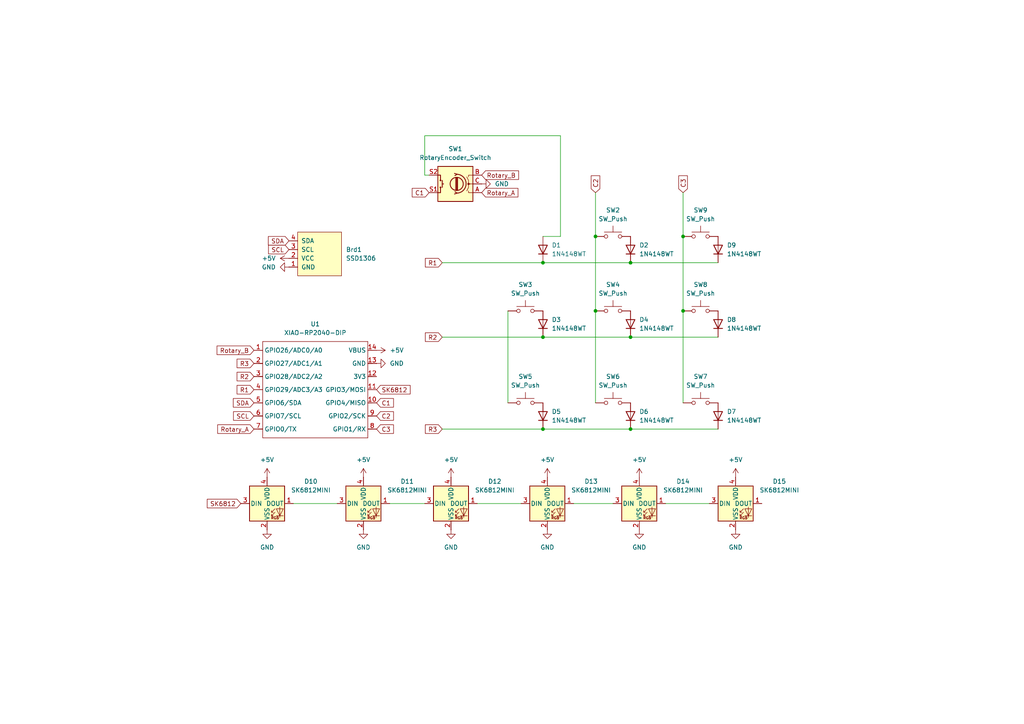
<source format=kicad_sch>
(kicad_sch
	(version 20250114)
	(generator "eeschema")
	(generator_version "9.0")
	(uuid "6625cac8-dd54-49b6-a6de-3cfc1fefe5ce")
	(paper "A4")
	(lib_symbols
		(symbol "Device:RotaryEncoder_Switch"
			(pin_names
				(offset 0.254)
				(hide yes)
			)
			(exclude_from_sim no)
			(in_bom yes)
			(on_board yes)
			(property "Reference" "SW"
				(at 0 6.604 0)
				(effects
					(font
						(size 1.27 1.27)
					)
				)
			)
			(property "Value" "RotaryEncoder_Switch"
				(at 0 -6.604 0)
				(effects
					(font
						(size 1.27 1.27)
					)
				)
			)
			(property "Footprint" ""
				(at -3.81 4.064 0)
				(effects
					(font
						(size 1.27 1.27)
					)
					(hide yes)
				)
			)
			(property "Datasheet" "~"
				(at 0 6.604 0)
				(effects
					(font
						(size 1.27 1.27)
					)
					(hide yes)
				)
			)
			(property "Description" "Rotary encoder, dual channel, incremental quadrate outputs, with switch"
				(at 0 0 0)
				(effects
					(font
						(size 1.27 1.27)
					)
					(hide yes)
				)
			)
			(property "ki_keywords" "rotary switch encoder switch push button"
				(at 0 0 0)
				(effects
					(font
						(size 1.27 1.27)
					)
					(hide yes)
				)
			)
			(property "ki_fp_filters" "RotaryEncoder*Switch*"
				(at 0 0 0)
				(effects
					(font
						(size 1.27 1.27)
					)
					(hide yes)
				)
			)
			(symbol "RotaryEncoder_Switch_0_1"
				(rectangle
					(start -5.08 5.08)
					(end 5.08 -5.08)
					(stroke
						(width 0.254)
						(type default)
					)
					(fill
						(type background)
					)
				)
				(polyline
					(pts
						(xy -5.08 2.54) (xy -3.81 2.54) (xy -3.81 2.032)
					)
					(stroke
						(width 0)
						(type default)
					)
					(fill
						(type none)
					)
				)
				(polyline
					(pts
						(xy -5.08 0) (xy -3.81 0) (xy -3.81 -1.016) (xy -3.302 -2.032)
					)
					(stroke
						(width 0)
						(type default)
					)
					(fill
						(type none)
					)
				)
				(polyline
					(pts
						(xy -5.08 -2.54) (xy -3.81 -2.54) (xy -3.81 -2.032)
					)
					(stroke
						(width 0)
						(type default)
					)
					(fill
						(type none)
					)
				)
				(polyline
					(pts
						(xy -4.318 0) (xy -3.81 0) (xy -3.81 1.016) (xy -3.302 2.032)
					)
					(stroke
						(width 0)
						(type default)
					)
					(fill
						(type none)
					)
				)
				(circle
					(center -3.81 0)
					(radius 0.254)
					(stroke
						(width 0)
						(type default)
					)
					(fill
						(type outline)
					)
				)
				(polyline
					(pts
						(xy -0.635 -1.778) (xy -0.635 1.778)
					)
					(stroke
						(width 0.254)
						(type default)
					)
					(fill
						(type none)
					)
				)
				(circle
					(center -0.381 0)
					(radius 1.905)
					(stroke
						(width 0.254)
						(type default)
					)
					(fill
						(type none)
					)
				)
				(polyline
					(pts
						(xy -0.381 -1.778) (xy -0.381 1.778)
					)
					(stroke
						(width 0.254)
						(type default)
					)
					(fill
						(type none)
					)
				)
				(arc
					(start -0.381 -2.794)
					(mid -3.0988 -0.0635)
					(end -0.381 2.667)
					(stroke
						(width 0.254)
						(type default)
					)
					(fill
						(type none)
					)
				)
				(polyline
					(pts
						(xy -0.127 1.778) (xy -0.127 -1.778)
					)
					(stroke
						(width 0.254)
						(type default)
					)
					(fill
						(type none)
					)
				)
				(polyline
					(pts
						(xy 0.254 2.921) (xy -0.508 2.667) (xy 0.127 2.286)
					)
					(stroke
						(width 0.254)
						(type default)
					)
					(fill
						(type none)
					)
				)
				(polyline
					(pts
						(xy 0.254 -3.048) (xy -0.508 -2.794) (xy 0.127 -2.413)
					)
					(stroke
						(width 0.254)
						(type default)
					)
					(fill
						(type none)
					)
				)
				(polyline
					(pts
						(xy 3.81 1.016) (xy 3.81 -1.016)
					)
					(stroke
						(width 0.254)
						(type default)
					)
					(fill
						(type none)
					)
				)
				(polyline
					(pts
						(xy 3.81 0) (xy 3.429 0)
					)
					(stroke
						(width 0.254)
						(type default)
					)
					(fill
						(type none)
					)
				)
				(circle
					(center 4.318 1.016)
					(radius 0.127)
					(stroke
						(width 0.254)
						(type default)
					)
					(fill
						(type none)
					)
				)
				(circle
					(center 4.318 -1.016)
					(radius 0.127)
					(stroke
						(width 0.254)
						(type default)
					)
					(fill
						(type none)
					)
				)
				(polyline
					(pts
						(xy 5.08 2.54) (xy 4.318 2.54) (xy 4.318 1.016)
					)
					(stroke
						(width 0.254)
						(type default)
					)
					(fill
						(type none)
					)
				)
				(polyline
					(pts
						(xy 5.08 -2.54) (xy 4.318 -2.54) (xy 4.318 -1.016)
					)
					(stroke
						(width 0.254)
						(type default)
					)
					(fill
						(type none)
					)
				)
			)
			(symbol "RotaryEncoder_Switch_1_1"
				(pin passive line
					(at -7.62 2.54 0)
					(length 2.54)
					(name "A"
						(effects
							(font
								(size 1.27 1.27)
							)
						)
					)
					(number "A"
						(effects
							(font
								(size 1.27 1.27)
							)
						)
					)
				)
				(pin passive line
					(at -7.62 0 0)
					(length 2.54)
					(name "C"
						(effects
							(font
								(size 1.27 1.27)
							)
						)
					)
					(number "C"
						(effects
							(font
								(size 1.27 1.27)
							)
						)
					)
				)
				(pin passive line
					(at -7.62 -2.54 0)
					(length 2.54)
					(name "B"
						(effects
							(font
								(size 1.27 1.27)
							)
						)
					)
					(number "B"
						(effects
							(font
								(size 1.27 1.27)
							)
						)
					)
				)
				(pin passive line
					(at 7.62 2.54 180)
					(length 2.54)
					(name "S1"
						(effects
							(font
								(size 1.27 1.27)
							)
						)
					)
					(number "S1"
						(effects
							(font
								(size 1.27 1.27)
							)
						)
					)
				)
				(pin passive line
					(at 7.62 -2.54 180)
					(length 2.54)
					(name "S2"
						(effects
							(font
								(size 1.27 1.27)
							)
						)
					)
					(number "S2"
						(effects
							(font
								(size 1.27 1.27)
							)
						)
					)
				)
			)
			(embedded_fonts no)
		)
		(symbol "Diode:1N4148WT"
			(pin_numbers
				(hide yes)
			)
			(pin_names
				(hide yes)
			)
			(exclude_from_sim no)
			(in_bom yes)
			(on_board yes)
			(property "Reference" "D"
				(at 0 2.54 0)
				(effects
					(font
						(size 1.27 1.27)
					)
				)
			)
			(property "Value" "1N4148WT"
				(at 0 -2.54 0)
				(effects
					(font
						(size 1.27 1.27)
					)
				)
			)
			(property "Footprint" "Diode_SMD:D_SOD-523"
				(at 0 -4.445 0)
				(effects
					(font
						(size 1.27 1.27)
					)
					(hide yes)
				)
			)
			(property "Datasheet" "https://www.diodes.com/assets/Datasheets/ds30396.pdf"
				(at 0 0 0)
				(effects
					(font
						(size 1.27 1.27)
					)
					(hide yes)
				)
			)
			(property "Description" "75V 0.15A Fast switching Diode, SOD-523"
				(at 0 0 0)
				(effects
					(font
						(size 1.27 1.27)
					)
					(hide yes)
				)
			)
			(property "Sim.Device" "D"
				(at 0 0 0)
				(effects
					(font
						(size 1.27 1.27)
					)
					(hide yes)
				)
			)
			(property "Sim.Pins" "1=K 2=A"
				(at 0 0 0)
				(effects
					(font
						(size 1.27 1.27)
					)
					(hide yes)
				)
			)
			(property "ki_keywords" "diode"
				(at 0 0 0)
				(effects
					(font
						(size 1.27 1.27)
					)
					(hide yes)
				)
			)
			(property "ki_fp_filters" "D*SOD?523*"
				(at 0 0 0)
				(effects
					(font
						(size 1.27 1.27)
					)
					(hide yes)
				)
			)
			(symbol "1N4148WT_0_1"
				(polyline
					(pts
						(xy -1.27 1.27) (xy -1.27 -1.27)
					)
					(stroke
						(width 0.254)
						(type default)
					)
					(fill
						(type none)
					)
				)
				(polyline
					(pts
						(xy 1.27 1.27) (xy 1.27 -1.27) (xy -1.27 0) (xy 1.27 1.27)
					)
					(stroke
						(width 0.254)
						(type default)
					)
					(fill
						(type none)
					)
				)
				(polyline
					(pts
						(xy 1.27 0) (xy -1.27 0)
					)
					(stroke
						(width 0)
						(type default)
					)
					(fill
						(type none)
					)
				)
			)
			(symbol "1N4148WT_1_1"
				(pin passive line
					(at -3.81 0 0)
					(length 2.54)
					(name "K"
						(effects
							(font
								(size 1.27 1.27)
							)
						)
					)
					(number "1"
						(effects
							(font
								(size 1.27 1.27)
							)
						)
					)
				)
				(pin passive line
					(at 3.81 0 180)
					(length 2.54)
					(name "A"
						(effects
							(font
								(size 1.27 1.27)
							)
						)
					)
					(number "2"
						(effects
							(font
								(size 1.27 1.27)
							)
						)
					)
				)
			)
			(embedded_fonts no)
		)
		(symbol "LED:SK6812MINI"
			(pin_names
				(offset 0.254)
			)
			(exclude_from_sim no)
			(in_bom yes)
			(on_board yes)
			(property "Reference" "D"
				(at 5.08 5.715 0)
				(effects
					(font
						(size 1.27 1.27)
					)
					(justify right bottom)
				)
			)
			(property "Value" "SK6812MINI"
				(at 1.27 -5.715 0)
				(effects
					(font
						(size 1.27 1.27)
					)
					(justify left top)
				)
			)
			(property "Footprint" "LED_SMD:LED_SK6812MINI_PLCC4_3.5x3.5mm_P1.75mm"
				(at 1.27 -7.62 0)
				(effects
					(font
						(size 1.27 1.27)
					)
					(justify left top)
					(hide yes)
				)
			)
			(property "Datasheet" "https://cdn-shop.adafruit.com/product-files/2686/SK6812MINI_REV.01-1-2.pdf"
				(at 2.54 -9.525 0)
				(effects
					(font
						(size 1.27 1.27)
					)
					(justify left top)
					(hide yes)
				)
			)
			(property "Description" "RGB LED with integrated controller"
				(at 0 0 0)
				(effects
					(font
						(size 1.27 1.27)
					)
					(hide yes)
				)
			)
			(property "ki_keywords" "RGB LED NeoPixel Mini addressable"
				(at 0 0 0)
				(effects
					(font
						(size 1.27 1.27)
					)
					(hide yes)
				)
			)
			(property "ki_fp_filters" "LED*SK6812MINI*PLCC*3.5x3.5mm*P1.75mm*"
				(at 0 0 0)
				(effects
					(font
						(size 1.27 1.27)
					)
					(hide yes)
				)
			)
			(symbol "SK6812MINI_0_0"
				(text "RGB"
					(at 2.286 -4.191 0)
					(effects
						(font
							(size 0.762 0.762)
						)
					)
				)
			)
			(symbol "SK6812MINI_0_1"
				(polyline
					(pts
						(xy 1.27 -2.54) (xy 1.778 -2.54)
					)
					(stroke
						(width 0)
						(type default)
					)
					(fill
						(type none)
					)
				)
				(polyline
					(pts
						(xy 1.27 -3.556) (xy 1.778 -3.556)
					)
					(stroke
						(width 0)
						(type default)
					)
					(fill
						(type none)
					)
				)
				(polyline
					(pts
						(xy 2.286 -1.524) (xy 1.27 -2.54) (xy 1.27 -2.032)
					)
					(stroke
						(width 0)
						(type default)
					)
					(fill
						(type none)
					)
				)
				(polyline
					(pts
						(xy 2.286 -2.54) (xy 1.27 -3.556) (xy 1.27 -3.048)
					)
					(stroke
						(width 0)
						(type default)
					)
					(fill
						(type none)
					)
				)
				(polyline
					(pts
						(xy 3.683 -1.016) (xy 3.683 -3.556) (xy 3.683 -4.064)
					)
					(stroke
						(width 0)
						(type default)
					)
					(fill
						(type none)
					)
				)
				(polyline
					(pts
						(xy 4.699 -1.524) (xy 2.667 -1.524) (xy 3.683 -3.556) (xy 4.699 -1.524)
					)
					(stroke
						(width 0)
						(type default)
					)
					(fill
						(type none)
					)
				)
				(polyline
					(pts
						(xy 4.699 -3.556) (xy 2.667 -3.556)
					)
					(stroke
						(width 0)
						(type default)
					)
					(fill
						(type none)
					)
				)
				(rectangle
					(start 5.08 5.08)
					(end -5.08 -5.08)
					(stroke
						(width 0.254)
						(type default)
					)
					(fill
						(type background)
					)
				)
			)
			(symbol "SK6812MINI_1_1"
				(pin input line
					(at -7.62 0 0)
					(length 2.54)
					(name "DIN"
						(effects
							(font
								(size 1.27 1.27)
							)
						)
					)
					(number "3"
						(effects
							(font
								(size 1.27 1.27)
							)
						)
					)
				)
				(pin power_in line
					(at 0 7.62 270)
					(length 2.54)
					(name "VDD"
						(effects
							(font
								(size 1.27 1.27)
							)
						)
					)
					(number "4"
						(effects
							(font
								(size 1.27 1.27)
							)
						)
					)
				)
				(pin power_in line
					(at 0 -7.62 90)
					(length 2.54)
					(name "VSS"
						(effects
							(font
								(size 1.27 1.27)
							)
						)
					)
					(number "2"
						(effects
							(font
								(size 1.27 1.27)
							)
						)
					)
				)
				(pin output line
					(at 7.62 0 180)
					(length 2.54)
					(name "DOUT"
						(effects
							(font
								(size 1.27 1.27)
							)
						)
					)
					(number "1"
						(effects
							(font
								(size 1.27 1.27)
							)
						)
					)
				)
			)
			(embedded_fonts no)
		)
		(symbol "SSD1306-128x64_OLED:SSD1306"
			(pin_names
				(offset 1.016)
			)
			(exclude_from_sim no)
			(in_bom yes)
			(on_board yes)
			(property "Reference" "Brd"
				(at 0 -3.81 0)
				(effects
					(font
						(size 1.27 1.27)
					)
				)
			)
			(property "Value" "SSD1306"
				(at 0 -1.27 0)
				(effects
					(font
						(size 1.27 1.27)
					)
				)
			)
			(property "Footprint" "SSD1306:128x64OLED"
				(at 0 6.35 0)
				(effects
					(font
						(size 1.27 1.27)
					)
					(hide yes)
				)
			)
			(property "Datasheet" ""
				(at 0 6.35 0)
				(effects
					(font
						(size 1.27 1.27)
					)
					(hide yes)
				)
			)
			(property "Description" "SSD1306 OLED"
				(at 0 0 0)
				(effects
					(font
						(size 1.27 1.27)
					)
					(hide yes)
				)
			)
			(property "ki_keywords" "SSD1306"
				(at 0 0 0)
				(effects
					(font
						(size 1.27 1.27)
					)
					(hide yes)
				)
			)
			(property "ki_fp_filters" "SSD1306-128x64_OLED:SSD1306"
				(at 0 0 0)
				(effects
					(font
						(size 1.27 1.27)
					)
					(hide yes)
				)
			)
			(symbol "SSD1306_0_1"
				(rectangle
					(start -6.35 6.35)
					(end 6.35 -6.35)
					(stroke
						(width 0)
						(type solid)
					)
					(fill
						(type background)
					)
				)
			)
			(symbol "SSD1306_1_1"
				(pin input line
					(at -3.81 8.89 270)
					(length 2.54)
					(name "GND"
						(effects
							(font
								(size 1.27 1.27)
							)
						)
					)
					(number "1"
						(effects
							(font
								(size 1.27 1.27)
							)
						)
					)
				)
				(pin input line
					(at -1.27 8.89 270)
					(length 2.54)
					(name "VCC"
						(effects
							(font
								(size 1.27 1.27)
							)
						)
					)
					(number "2"
						(effects
							(font
								(size 1.27 1.27)
							)
						)
					)
				)
				(pin input line
					(at 1.27 8.89 270)
					(length 2.54)
					(name "SCL"
						(effects
							(font
								(size 1.27 1.27)
							)
						)
					)
					(number "3"
						(effects
							(font
								(size 1.27 1.27)
							)
						)
					)
				)
				(pin input line
					(at 3.81 8.89 270)
					(length 2.54)
					(name "SDA"
						(effects
							(font
								(size 1.27 1.27)
							)
						)
					)
					(number "4"
						(effects
							(font
								(size 1.27 1.27)
							)
						)
					)
				)
			)
			(embedded_fonts no)
		)
		(symbol "Seeed_Studio_XIAO_Series:XIAO-RP2040-DIP"
			(exclude_from_sim no)
			(in_bom yes)
			(on_board yes)
			(property "Reference" "U"
				(at 0 0 0)
				(effects
					(font
						(size 1.27 1.27)
					)
				)
			)
			(property "Value" "XIAO-RP2040-DIP"
				(at 5.334 -1.778 0)
				(effects
					(font
						(size 1.27 1.27)
					)
				)
			)
			(property "Footprint" "Module:MOUDLE14P-XIAO-DIP-SMD"
				(at 14.478 -32.258 0)
				(effects
					(font
						(size 1.27 1.27)
					)
					(hide yes)
				)
			)
			(property "Datasheet" ""
				(at 0 0 0)
				(effects
					(font
						(size 1.27 1.27)
					)
					(hide yes)
				)
			)
			(property "Description" ""
				(at 0 0 0)
				(effects
					(font
						(size 1.27 1.27)
					)
					(hide yes)
				)
			)
			(symbol "XIAO-RP2040-DIP_1_0"
				(polyline
					(pts
						(xy -1.27 -2.54) (xy 29.21 -2.54)
					)
					(stroke
						(width 0.1524)
						(type solid)
					)
					(fill
						(type none)
					)
				)
				(polyline
					(pts
						(xy -1.27 -5.08) (xy -2.54 -5.08)
					)
					(stroke
						(width 0.1524)
						(type solid)
					)
					(fill
						(type none)
					)
				)
				(polyline
					(pts
						(xy -1.27 -5.08) (xy -1.27 -2.54)
					)
					(stroke
						(width 0.1524)
						(type solid)
					)
					(fill
						(type none)
					)
				)
				(polyline
					(pts
						(xy -1.27 -8.89) (xy -2.54 -8.89)
					)
					(stroke
						(width 0.1524)
						(type solid)
					)
					(fill
						(type none)
					)
				)
				(polyline
					(pts
						(xy -1.27 -8.89) (xy -1.27 -5.08)
					)
					(stroke
						(width 0.1524)
						(type solid)
					)
					(fill
						(type none)
					)
				)
				(polyline
					(pts
						(xy -1.27 -12.7) (xy -2.54 -12.7)
					)
					(stroke
						(width 0.1524)
						(type solid)
					)
					(fill
						(type none)
					)
				)
				(polyline
					(pts
						(xy -1.27 -12.7) (xy -1.27 -8.89)
					)
					(stroke
						(width 0.1524)
						(type solid)
					)
					(fill
						(type none)
					)
				)
				(polyline
					(pts
						(xy -1.27 -16.51) (xy -2.54 -16.51)
					)
					(stroke
						(width 0.1524)
						(type solid)
					)
					(fill
						(type none)
					)
				)
				(polyline
					(pts
						(xy -1.27 -16.51) (xy -1.27 -12.7)
					)
					(stroke
						(width 0.1524)
						(type solid)
					)
					(fill
						(type none)
					)
				)
				(polyline
					(pts
						(xy -1.27 -20.32) (xy -2.54 -20.32)
					)
					(stroke
						(width 0.1524)
						(type solid)
					)
					(fill
						(type none)
					)
				)
				(polyline
					(pts
						(xy -1.27 -24.13) (xy -2.54 -24.13)
					)
					(stroke
						(width 0.1524)
						(type solid)
					)
					(fill
						(type none)
					)
				)
				(polyline
					(pts
						(xy -1.27 -27.94) (xy -2.54 -27.94)
					)
					(stroke
						(width 0.1524)
						(type solid)
					)
					(fill
						(type none)
					)
				)
				(polyline
					(pts
						(xy -1.27 -30.48) (xy -1.27 -16.51)
					)
					(stroke
						(width 0.1524)
						(type solid)
					)
					(fill
						(type none)
					)
				)
				(polyline
					(pts
						(xy 29.21 -2.54) (xy 29.21 -5.08)
					)
					(stroke
						(width 0.1524)
						(type solid)
					)
					(fill
						(type none)
					)
				)
				(polyline
					(pts
						(xy 29.21 -5.08) (xy 29.21 -8.89)
					)
					(stroke
						(width 0.1524)
						(type solid)
					)
					(fill
						(type none)
					)
				)
				(polyline
					(pts
						(xy 29.21 -8.89) (xy 29.21 -12.7)
					)
					(stroke
						(width 0.1524)
						(type solid)
					)
					(fill
						(type none)
					)
				)
				(polyline
					(pts
						(xy 29.21 -12.7) (xy 29.21 -30.48)
					)
					(stroke
						(width 0.1524)
						(type solid)
					)
					(fill
						(type none)
					)
				)
				(polyline
					(pts
						(xy 29.21 -30.48) (xy -1.27 -30.48)
					)
					(stroke
						(width 0.1524)
						(type solid)
					)
					(fill
						(type none)
					)
				)
				(polyline
					(pts
						(xy 30.48 -5.08) (xy 29.21 -5.08)
					)
					(stroke
						(width 0.1524)
						(type solid)
					)
					(fill
						(type none)
					)
				)
				(polyline
					(pts
						(xy 30.48 -8.89) (xy 29.21 -8.89)
					)
					(stroke
						(width 0.1524)
						(type solid)
					)
					(fill
						(type none)
					)
				)
				(polyline
					(pts
						(xy 30.48 -12.7) (xy 29.21 -12.7)
					)
					(stroke
						(width 0.1524)
						(type solid)
					)
					(fill
						(type none)
					)
				)
				(polyline
					(pts
						(xy 30.48 -16.51) (xy 29.21 -16.51)
					)
					(stroke
						(width 0.1524)
						(type solid)
					)
					(fill
						(type none)
					)
				)
				(polyline
					(pts
						(xy 30.48 -20.32) (xy 29.21 -20.32)
					)
					(stroke
						(width 0.1524)
						(type solid)
					)
					(fill
						(type none)
					)
				)
				(polyline
					(pts
						(xy 30.48 -24.13) (xy 29.21 -24.13)
					)
					(stroke
						(width 0.1524)
						(type solid)
					)
					(fill
						(type none)
					)
				)
				(polyline
					(pts
						(xy 30.48 -27.94) (xy 29.21 -27.94)
					)
					(stroke
						(width 0.1524)
						(type solid)
					)
					(fill
						(type none)
					)
				)
				(pin passive line
					(at -3.81 -5.08 0)
					(length 2.54)
					(name "GPIO26/ADC0/A0"
						(effects
							(font
								(size 1.27 1.27)
							)
						)
					)
					(number "1"
						(effects
							(font
								(size 1.27 1.27)
							)
						)
					)
				)
				(pin passive line
					(at -3.81 -8.89 0)
					(length 2.54)
					(name "GPIO27/ADC1/A1"
						(effects
							(font
								(size 1.27 1.27)
							)
						)
					)
					(number "2"
						(effects
							(font
								(size 1.27 1.27)
							)
						)
					)
				)
				(pin passive line
					(at -3.81 -12.7 0)
					(length 2.54)
					(name "GPIO28/ADC2/A2"
						(effects
							(font
								(size 1.27 1.27)
							)
						)
					)
					(number "3"
						(effects
							(font
								(size 1.27 1.27)
							)
						)
					)
				)
				(pin passive line
					(at -3.81 -16.51 0)
					(length 2.54)
					(name "GPIO29/ADC3/A3"
						(effects
							(font
								(size 1.27 1.27)
							)
						)
					)
					(number "4"
						(effects
							(font
								(size 1.27 1.27)
							)
						)
					)
				)
				(pin passive line
					(at -3.81 -20.32 0)
					(length 2.54)
					(name "GPIO6/SDA"
						(effects
							(font
								(size 1.27 1.27)
							)
						)
					)
					(number "5"
						(effects
							(font
								(size 1.27 1.27)
							)
						)
					)
				)
				(pin passive line
					(at -3.81 -24.13 0)
					(length 2.54)
					(name "GPIO7/SCL"
						(effects
							(font
								(size 1.27 1.27)
							)
						)
					)
					(number "6"
						(effects
							(font
								(size 1.27 1.27)
							)
						)
					)
				)
				(pin passive line
					(at -3.81 -27.94 0)
					(length 2.54)
					(name "GPIO0/TX"
						(effects
							(font
								(size 1.27 1.27)
							)
						)
					)
					(number "7"
						(effects
							(font
								(size 1.27 1.27)
							)
						)
					)
				)
				(pin passive line
					(at 31.75 -5.08 180)
					(length 2.54)
					(name "VBUS"
						(effects
							(font
								(size 1.27 1.27)
							)
						)
					)
					(number "14"
						(effects
							(font
								(size 1.27 1.27)
							)
						)
					)
				)
				(pin passive line
					(at 31.75 -8.89 180)
					(length 2.54)
					(name "GND"
						(effects
							(font
								(size 1.27 1.27)
							)
						)
					)
					(number "13"
						(effects
							(font
								(size 1.27 1.27)
							)
						)
					)
				)
				(pin passive line
					(at 31.75 -12.7 180)
					(length 2.54)
					(name "3V3"
						(effects
							(font
								(size 1.27 1.27)
							)
						)
					)
					(number "12"
						(effects
							(font
								(size 1.27 1.27)
							)
						)
					)
				)
				(pin passive line
					(at 31.75 -16.51 180)
					(length 2.54)
					(name "GPIO3/MOSI"
						(effects
							(font
								(size 1.27 1.27)
							)
						)
					)
					(number "11"
						(effects
							(font
								(size 1.27 1.27)
							)
						)
					)
				)
				(pin passive line
					(at 31.75 -20.32 180)
					(length 2.54)
					(name "GPIO4/MISO"
						(effects
							(font
								(size 1.27 1.27)
							)
						)
					)
					(number "10"
						(effects
							(font
								(size 1.27 1.27)
							)
						)
					)
				)
				(pin passive line
					(at 31.75 -24.13 180)
					(length 2.54)
					(name "GPIO2/SCK"
						(effects
							(font
								(size 1.27 1.27)
							)
						)
					)
					(number "9"
						(effects
							(font
								(size 1.27 1.27)
							)
						)
					)
				)
				(pin passive line
					(at 31.75 -27.94 180)
					(length 2.54)
					(name "GPIO1/RX"
						(effects
							(font
								(size 1.27 1.27)
							)
						)
					)
					(number "8"
						(effects
							(font
								(size 1.27 1.27)
							)
						)
					)
				)
			)
			(embedded_fonts no)
		)
		(symbol "Switch:SW_Push"
			(pin_numbers
				(hide yes)
			)
			(pin_names
				(offset 1.016)
				(hide yes)
			)
			(exclude_from_sim no)
			(in_bom yes)
			(on_board yes)
			(property "Reference" "SW"
				(at 1.27 2.54 0)
				(effects
					(font
						(size 1.27 1.27)
					)
					(justify left)
				)
			)
			(property "Value" "SW_Push"
				(at 0 -1.524 0)
				(effects
					(font
						(size 1.27 1.27)
					)
				)
			)
			(property "Footprint" ""
				(at 0 5.08 0)
				(effects
					(font
						(size 1.27 1.27)
					)
					(hide yes)
				)
			)
			(property "Datasheet" "~"
				(at 0 5.08 0)
				(effects
					(font
						(size 1.27 1.27)
					)
					(hide yes)
				)
			)
			(property "Description" "Push button switch, generic, two pins"
				(at 0 0 0)
				(effects
					(font
						(size 1.27 1.27)
					)
					(hide yes)
				)
			)
			(property "ki_keywords" "switch normally-open pushbutton push-button"
				(at 0 0 0)
				(effects
					(font
						(size 1.27 1.27)
					)
					(hide yes)
				)
			)
			(symbol "SW_Push_0_1"
				(circle
					(center -2.032 0)
					(radius 0.508)
					(stroke
						(width 0)
						(type default)
					)
					(fill
						(type none)
					)
				)
				(polyline
					(pts
						(xy 0 1.27) (xy 0 3.048)
					)
					(stroke
						(width 0)
						(type default)
					)
					(fill
						(type none)
					)
				)
				(circle
					(center 2.032 0)
					(radius 0.508)
					(stroke
						(width 0)
						(type default)
					)
					(fill
						(type none)
					)
				)
				(polyline
					(pts
						(xy 2.54 1.27) (xy -2.54 1.27)
					)
					(stroke
						(width 0)
						(type default)
					)
					(fill
						(type none)
					)
				)
				(pin passive line
					(at -5.08 0 0)
					(length 2.54)
					(name "1"
						(effects
							(font
								(size 1.27 1.27)
							)
						)
					)
					(number "1"
						(effects
							(font
								(size 1.27 1.27)
							)
						)
					)
				)
				(pin passive line
					(at 5.08 0 180)
					(length 2.54)
					(name "2"
						(effects
							(font
								(size 1.27 1.27)
							)
						)
					)
					(number "2"
						(effects
							(font
								(size 1.27 1.27)
							)
						)
					)
				)
			)
			(embedded_fonts no)
		)
		(symbol "power:+5V"
			(power)
			(pin_numbers
				(hide yes)
			)
			(pin_names
				(offset 0)
				(hide yes)
			)
			(exclude_from_sim no)
			(in_bom yes)
			(on_board yes)
			(property "Reference" "#PWR"
				(at 0 -3.81 0)
				(effects
					(font
						(size 1.27 1.27)
					)
					(hide yes)
				)
			)
			(property "Value" "+5V"
				(at 0 3.556 0)
				(effects
					(font
						(size 1.27 1.27)
					)
				)
			)
			(property "Footprint" ""
				(at 0 0 0)
				(effects
					(font
						(size 1.27 1.27)
					)
					(hide yes)
				)
			)
			(property "Datasheet" ""
				(at 0 0 0)
				(effects
					(font
						(size 1.27 1.27)
					)
					(hide yes)
				)
			)
			(property "Description" "Power symbol creates a global label with name \"+5V\""
				(at 0 0 0)
				(effects
					(font
						(size 1.27 1.27)
					)
					(hide yes)
				)
			)
			(property "ki_keywords" "global power"
				(at 0 0 0)
				(effects
					(font
						(size 1.27 1.27)
					)
					(hide yes)
				)
			)
			(symbol "+5V_0_1"
				(polyline
					(pts
						(xy -0.762 1.27) (xy 0 2.54)
					)
					(stroke
						(width 0)
						(type default)
					)
					(fill
						(type none)
					)
				)
				(polyline
					(pts
						(xy 0 2.54) (xy 0.762 1.27)
					)
					(stroke
						(width 0)
						(type default)
					)
					(fill
						(type none)
					)
				)
				(polyline
					(pts
						(xy 0 0) (xy 0 2.54)
					)
					(stroke
						(width 0)
						(type default)
					)
					(fill
						(type none)
					)
				)
			)
			(symbol "+5V_1_1"
				(pin power_in line
					(at 0 0 90)
					(length 0)
					(name "~"
						(effects
							(font
								(size 1.27 1.27)
							)
						)
					)
					(number "1"
						(effects
							(font
								(size 1.27 1.27)
							)
						)
					)
				)
			)
			(embedded_fonts no)
		)
		(symbol "power:GND"
			(power)
			(pin_numbers
				(hide yes)
			)
			(pin_names
				(offset 0)
				(hide yes)
			)
			(exclude_from_sim no)
			(in_bom yes)
			(on_board yes)
			(property "Reference" "#PWR"
				(at 0 -6.35 0)
				(effects
					(font
						(size 1.27 1.27)
					)
					(hide yes)
				)
			)
			(property "Value" "GND"
				(at 0 -3.81 0)
				(effects
					(font
						(size 1.27 1.27)
					)
				)
			)
			(property "Footprint" ""
				(at 0 0 0)
				(effects
					(font
						(size 1.27 1.27)
					)
					(hide yes)
				)
			)
			(property "Datasheet" ""
				(at 0 0 0)
				(effects
					(font
						(size 1.27 1.27)
					)
					(hide yes)
				)
			)
			(property "Description" "Power symbol creates a global label with name \"GND\" , ground"
				(at 0 0 0)
				(effects
					(font
						(size 1.27 1.27)
					)
					(hide yes)
				)
			)
			(property "ki_keywords" "global power"
				(at 0 0 0)
				(effects
					(font
						(size 1.27 1.27)
					)
					(hide yes)
				)
			)
			(symbol "GND_0_1"
				(polyline
					(pts
						(xy 0 0) (xy 0 -1.27) (xy 1.27 -1.27) (xy 0 -2.54) (xy -1.27 -1.27) (xy 0 -1.27)
					)
					(stroke
						(width 0)
						(type default)
					)
					(fill
						(type none)
					)
				)
			)
			(symbol "GND_1_1"
				(pin power_in line
					(at 0 0 270)
					(length 0)
					(name "~"
						(effects
							(font
								(size 1.27 1.27)
							)
						)
					)
					(number "1"
						(effects
							(font
								(size 1.27 1.27)
							)
						)
					)
				)
			)
			(embedded_fonts no)
		)
	)
	(junction
		(at 182.88 124.46)
		(diameter 0)
		(color 0 0 0 0)
		(uuid "205eeaa1-5c7a-4926-b898-02b1fd6213fb")
	)
	(junction
		(at 157.48 76.2)
		(diameter 0)
		(color 0 0 0 0)
		(uuid "21fd5661-1d63-4621-8792-59b552638661")
	)
	(junction
		(at 172.72 90.17)
		(diameter 0)
		(color 0 0 0 0)
		(uuid "22c4ce12-7a5a-44a4-9ae8-bde746dd3d05")
	)
	(junction
		(at 157.48 97.79)
		(diameter 0)
		(color 0 0 0 0)
		(uuid "25683c2f-fe4f-4cfc-9f78-e5b2ad4b4f01")
	)
	(junction
		(at 198.12 90.17)
		(diameter 0)
		(color 0 0 0 0)
		(uuid "2cfd73ad-69fe-4470-86ec-be79f7cad279")
	)
	(junction
		(at 172.72 68.58)
		(diameter 0)
		(color 0 0 0 0)
		(uuid "2ea50e7a-4ea2-4d38-a5b6-061f008ae962")
	)
	(junction
		(at 157.48 124.46)
		(diameter 0)
		(color 0 0 0 0)
		(uuid "b54b4f6b-2ea1-4ec5-857d-afedced15741")
	)
	(junction
		(at 198.12 68.58)
		(diameter 0)
		(color 0 0 0 0)
		(uuid "c94dcf46-ee68-4af9-9f1d-46ae6bb36a7d")
	)
	(junction
		(at 182.88 97.79)
		(diameter 0)
		(color 0 0 0 0)
		(uuid "fc593171-494c-4551-9fcb-9769a8922129")
	)
	(junction
		(at 182.88 76.2)
		(diameter 0)
		(color 0 0 0 0)
		(uuid "fc806fc7-a091-4cb4-b52b-0db421654067")
	)
	(wire
		(pts
			(xy 124.46 50.8) (xy 123.19 50.8)
		)
		(stroke
			(width 0)
			(type default)
		)
		(uuid "0995faef-292f-47ac-8848-e80948a1506f")
	)
	(wire
		(pts
			(xy 157.48 76.2) (xy 182.88 76.2)
		)
		(stroke
			(width 0)
			(type default)
		)
		(uuid "09d14666-8227-4f71-9524-61bce5980463")
	)
	(wire
		(pts
			(xy 123.19 50.8) (xy 123.19 39.37)
		)
		(stroke
			(width 0)
			(type default)
		)
		(uuid "0abc9c68-50e9-4885-bb0c-8396f19e975d")
	)
	(wire
		(pts
			(xy 138.43 146.05) (xy 151.13 146.05)
		)
		(stroke
			(width 0)
			(type default)
		)
		(uuid "275fabe0-783b-43e7-a796-a99d18b659d7")
	)
	(wire
		(pts
			(xy 162.56 68.58) (xy 157.48 68.58)
		)
		(stroke
			(width 0)
			(type default)
		)
		(uuid "2792b7c3-de47-443d-ac06-6e87a919db53")
	)
	(wire
		(pts
			(xy 157.48 124.46) (xy 182.88 124.46)
		)
		(stroke
			(width 0)
			(type default)
		)
		(uuid "2caa3952-ab49-4037-a083-6826d9904934")
	)
	(wire
		(pts
			(xy 198.12 55.88) (xy 198.12 68.58)
		)
		(stroke
			(width 0)
			(type default)
		)
		(uuid "3b733a6f-0444-46ae-b77b-b7f59365bc1c")
	)
	(wire
		(pts
			(xy 182.88 76.2) (xy 208.28 76.2)
		)
		(stroke
			(width 0)
			(type default)
		)
		(uuid "4cfb073a-ef62-45b5-8778-0f5447df86fa")
	)
	(wire
		(pts
			(xy 198.12 90.17) (xy 198.12 116.84)
		)
		(stroke
			(width 0)
			(type default)
		)
		(uuid "55726b08-fac7-4f60-8902-378da403fb9c")
	)
	(wire
		(pts
			(xy 147.32 90.17) (xy 147.32 116.84)
		)
		(stroke
			(width 0)
			(type default)
		)
		(uuid "5ec33ed5-4e6e-42ea-a920-1c94b2f38e64")
	)
	(wire
		(pts
			(xy 182.88 124.46) (xy 208.28 124.46)
		)
		(stroke
			(width 0)
			(type default)
		)
		(uuid "63a001bc-9cb0-4eaf-b73c-e527bfd758c5")
	)
	(wire
		(pts
			(xy 193.04 146.05) (xy 205.74 146.05)
		)
		(stroke
			(width 0)
			(type default)
		)
		(uuid "6455c54b-2de3-4b52-9a05-b832ce3a0f39")
	)
	(wire
		(pts
			(xy 128.27 76.2) (xy 157.48 76.2)
		)
		(stroke
			(width 0)
			(type default)
		)
		(uuid "67cce7b9-ebc2-4fbb-af94-3017c6e81ced")
	)
	(wire
		(pts
			(xy 157.48 97.79) (xy 128.27 97.79)
		)
		(stroke
			(width 0)
			(type default)
		)
		(uuid "7c847eee-cd33-428d-8478-c20d4c7408f0")
	)
	(wire
		(pts
			(xy 85.09 146.05) (xy 97.79 146.05)
		)
		(stroke
			(width 0)
			(type default)
		)
		(uuid "8beb353c-1e17-485b-91a3-c763f41e9d72")
	)
	(wire
		(pts
			(xy 182.88 97.79) (xy 208.28 97.79)
		)
		(stroke
			(width 0)
			(type default)
		)
		(uuid "a0da7e8a-5460-44b8-a91d-1f71cd66c352")
	)
	(wire
		(pts
			(xy 113.03 146.05) (xy 123.19 146.05)
		)
		(stroke
			(width 0)
			(type default)
		)
		(uuid "a67a2ca6-3beb-4546-95ba-d6e94a10ab5a")
	)
	(wire
		(pts
			(xy 172.72 90.17) (xy 172.72 116.84)
		)
		(stroke
			(width 0)
			(type default)
		)
		(uuid "a98652b5-1c70-4834-b50e-d133645c6d22")
	)
	(wire
		(pts
			(xy 157.48 97.79) (xy 182.88 97.79)
		)
		(stroke
			(width 0)
			(type default)
		)
		(uuid "ad186ff1-4a4a-4f02-b1c3-3fe7a39cc0ab")
	)
	(wire
		(pts
			(xy 128.27 124.46) (xy 157.48 124.46)
		)
		(stroke
			(width 0)
			(type default)
		)
		(uuid "b512ef8f-e576-49a3-8f33-22edc6c92ba6")
	)
	(wire
		(pts
			(xy 166.37 146.05) (xy 177.8 146.05)
		)
		(stroke
			(width 0)
			(type default)
		)
		(uuid "bfc3f12d-b3ea-407a-b183-1dd850b658b1")
	)
	(wire
		(pts
			(xy 123.19 39.37) (xy 162.56 39.37)
		)
		(stroke
			(width 0)
			(type default)
		)
		(uuid "cfb0f386-cb3d-4f5a-aa88-bcefd9d61737")
	)
	(wire
		(pts
			(xy 162.56 39.37) (xy 162.56 68.58)
		)
		(stroke
			(width 0)
			(type default)
		)
		(uuid "d7b0f3ee-1aa5-4d27-afaa-96a758e102a9")
	)
	(wire
		(pts
			(xy 172.72 55.88) (xy 172.72 68.58)
		)
		(stroke
			(width 0)
			(type default)
		)
		(uuid "e4919250-6399-4855-984a-4194eab508a2")
	)
	(wire
		(pts
			(xy 172.72 68.58) (xy 172.72 90.17)
		)
		(stroke
			(width 0)
			(type default)
		)
		(uuid "f7bfe03c-7917-4db9-803d-46ca112cea5b")
	)
	(wire
		(pts
			(xy 198.12 68.58) (xy 198.12 90.17)
		)
		(stroke
			(width 0)
			(type default)
		)
		(uuid "f8b2e638-9058-415b-8303-d46eb11cba4d")
	)
	(global_label "Rotary_A"
		(shape input)
		(at 73.66 124.46 180)
		(fields_autoplaced yes)
		(effects
			(font
				(size 1.27 1.27)
			)
			(justify right)
		)
		(uuid "01b98c3e-8ee5-4a5d-94c2-1c3da9890935")
		(property "Intersheetrefs" "${INTERSHEET_REFS}"
			(at 62.5711 124.46 0)
			(effects
				(font
					(size 1.27 1.27)
				)
				(justify right)
				(hide yes)
			)
		)
	)
	(global_label "C1"
		(shape input)
		(at 124.46 55.88 180)
		(fields_autoplaced yes)
		(effects
			(font
				(size 1.27 1.27)
			)
			(justify right)
		)
		(uuid "0a0b2830-fbf9-4452-b846-e60b3b8db4ac")
		(property "Intersheetrefs" "${INTERSHEET_REFS}"
			(at 118.9953 55.88 0)
			(effects
				(font
					(size 1.27 1.27)
				)
				(justify right)
				(hide yes)
			)
		)
	)
	(global_label "Rotary_B"
		(shape input)
		(at 73.66 101.6 180)
		(fields_autoplaced yes)
		(effects
			(font
				(size 1.27 1.27)
			)
			(justify right)
		)
		(uuid "22aa23a2-4a99-4bc7-89b1-3889450f112b")
		(property "Intersheetrefs" "${INTERSHEET_REFS}"
			(at 62.3897 101.6 0)
			(effects
				(font
					(size 1.27 1.27)
				)
				(justify right)
				(hide yes)
			)
		)
	)
	(global_label "C2"
		(shape input)
		(at 172.72 55.88 90)
		(fields_autoplaced yes)
		(effects
			(font
				(size 1.27 1.27)
			)
			(justify left)
		)
		(uuid "2cf2f88e-2b71-4829-b068-37c2c41e3d16")
		(property "Intersheetrefs" "${INTERSHEET_REFS}"
			(at 172.72 50.4153 90)
			(effects
				(font
					(size 1.27 1.27)
				)
				(justify left)
				(hide yes)
			)
		)
	)
	(global_label "C1"
		(shape input)
		(at 109.22 116.84 0)
		(fields_autoplaced yes)
		(effects
			(font
				(size 1.27 1.27)
			)
			(justify left)
		)
		(uuid "414e4b48-9790-428d-b786-6bcdf56bd6f4")
		(property "Intersheetrefs" "${INTERSHEET_REFS}"
			(at 114.6847 116.84 0)
			(effects
				(font
					(size 1.27 1.27)
				)
				(justify left)
				(hide yes)
			)
		)
	)
	(global_label "C2"
		(shape input)
		(at 109.22 120.65 0)
		(fields_autoplaced yes)
		(effects
			(font
				(size 1.27 1.27)
			)
			(justify left)
		)
		(uuid "43090afe-81e6-4387-9d97-9b4c4c53fcf5")
		(property "Intersheetrefs" "${INTERSHEET_REFS}"
			(at 114.6847 120.65 0)
			(effects
				(font
					(size 1.27 1.27)
				)
				(justify left)
				(hide yes)
			)
		)
	)
	(global_label "C3"
		(shape input)
		(at 198.12 55.88 90)
		(fields_autoplaced yes)
		(effects
			(font
				(size 1.27 1.27)
			)
			(justify left)
		)
		(uuid "46c607aa-452b-4867-a6eb-ade3e55f94cc")
		(property "Intersheetrefs" "${INTERSHEET_REFS}"
			(at 198.12 50.4153 90)
			(effects
				(font
					(size 1.27 1.27)
				)
				(justify left)
				(hide yes)
			)
		)
	)
	(global_label "C3"
		(shape input)
		(at 109.22 124.46 0)
		(fields_autoplaced yes)
		(effects
			(font
				(size 1.27 1.27)
			)
			(justify left)
		)
		(uuid "5b4c8515-2c5b-45da-84b1-d41477f00aac")
		(property "Intersheetrefs" "${INTERSHEET_REFS}"
			(at 114.6847 124.46 0)
			(effects
				(font
					(size 1.27 1.27)
				)
				(justify left)
				(hide yes)
			)
		)
	)
	(global_label "SCL"
		(shape input)
		(at 83.82 72.39 180)
		(fields_autoplaced yes)
		(effects
			(font
				(size 1.27 1.27)
			)
			(justify right)
		)
		(uuid "81d72cc4-427d-4aa8-a497-aa748bf5d2ed")
		(property "Intersheetrefs" "${INTERSHEET_REFS}"
			(at 77.3272 72.39 0)
			(effects
				(font
					(size 1.27 1.27)
				)
				(justify right)
				(hide yes)
			)
		)
	)
	(global_label "R3"
		(shape input)
		(at 128.27 124.46 180)
		(fields_autoplaced yes)
		(effects
			(font
				(size 1.27 1.27)
			)
			(justify right)
		)
		(uuid "888cb134-be31-488a-896b-531efda36373")
		(property "Intersheetrefs" "${INTERSHEET_REFS}"
			(at 122.8053 124.46 0)
			(effects
				(font
					(size 1.27 1.27)
				)
				(justify right)
				(hide yes)
			)
		)
	)
	(global_label "SK6812"
		(shape input)
		(at 109.22 113.03 0)
		(fields_autoplaced yes)
		(effects
			(font
				(size 1.27 1.27)
			)
			(justify left)
		)
		(uuid "9d634ced-9916-4742-977a-6b057c2f974f")
		(property "Intersheetrefs" "${INTERSHEET_REFS}"
			(at 119.5227 113.03 0)
			(effects
				(font
					(size 1.27 1.27)
				)
				(justify left)
				(hide yes)
			)
		)
	)
	(global_label "R1"
		(shape input)
		(at 128.27 76.2 180)
		(fields_autoplaced yes)
		(effects
			(font
				(size 1.27 1.27)
			)
			(justify right)
		)
		(uuid "bbbbd0a5-f925-47de-b70b-ab489503f132")
		(property "Intersheetrefs" "${INTERSHEET_REFS}"
			(at 122.8053 76.2 0)
			(effects
				(font
					(size 1.27 1.27)
				)
				(justify right)
				(hide yes)
			)
		)
	)
	(global_label "R2"
		(shape input)
		(at 73.66 109.22 180)
		(fields_autoplaced yes)
		(effects
			(font
				(size 1.27 1.27)
			)
			(justify right)
		)
		(uuid "c1ef05a7-7c98-4e82-8a7f-e9195b4e9f79")
		(property "Intersheetrefs" "${INTERSHEET_REFS}"
			(at 68.1953 109.22 0)
			(effects
				(font
					(size 1.27 1.27)
				)
				(justify right)
				(hide yes)
			)
		)
	)
	(global_label "R1"
		(shape input)
		(at 73.66 113.03 180)
		(fields_autoplaced yes)
		(effects
			(font
				(size 1.27 1.27)
			)
			(justify right)
		)
		(uuid "c540cbda-04a2-4e94-91cc-01c16f836f74")
		(property "Intersheetrefs" "${INTERSHEET_REFS}"
			(at 68.1953 113.03 0)
			(effects
				(font
					(size 1.27 1.27)
				)
				(justify right)
				(hide yes)
			)
		)
	)
	(global_label "SDA"
		(shape input)
		(at 83.82 69.85 180)
		(fields_autoplaced yes)
		(effects
			(font
				(size 1.27 1.27)
			)
			(justify right)
		)
		(uuid "c762c617-e522-45c5-a5c0-6efe84b7a781")
		(property "Intersheetrefs" "${INTERSHEET_REFS}"
			(at 77.2667 69.85 0)
			(effects
				(font
					(size 1.27 1.27)
				)
				(justify right)
				(hide yes)
			)
		)
	)
	(global_label "SK6812"
		(shape input)
		(at 69.85 146.05 180)
		(fields_autoplaced yes)
		(effects
			(font
				(size 1.27 1.27)
			)
			(justify right)
		)
		(uuid "cb26da65-1461-4228-bc0a-49543ef6fe2f")
		(property "Intersheetrefs" "${INTERSHEET_REFS}"
			(at 59.5473 146.05 0)
			(effects
				(font
					(size 1.27 1.27)
				)
				(justify right)
				(hide yes)
			)
		)
	)
	(global_label "SCL"
		(shape input)
		(at 73.66 120.65 180)
		(fields_autoplaced yes)
		(effects
			(font
				(size 1.27 1.27)
			)
			(justify right)
		)
		(uuid "d4dd6895-1492-4e6d-9e56-f1ec1c8e6c89")
		(property "Intersheetrefs" "${INTERSHEET_REFS}"
			(at 67.1672 120.65 0)
			(effects
				(font
					(size 1.27 1.27)
				)
				(justify right)
				(hide yes)
			)
		)
	)
	(global_label "R3"
		(shape input)
		(at 73.66 105.41 180)
		(fields_autoplaced yes)
		(effects
			(font
				(size 1.27 1.27)
			)
			(justify right)
		)
		(uuid "dc6699d0-798d-44a6-8116-a72f068dace0")
		(property "Intersheetrefs" "${INTERSHEET_REFS}"
			(at 68.1953 105.41 0)
			(effects
				(font
					(size 1.27 1.27)
				)
				(justify right)
				(hide yes)
			)
		)
	)
	(global_label "R2"
		(shape input)
		(at 128.27 97.79 180)
		(fields_autoplaced yes)
		(effects
			(font
				(size 1.27 1.27)
			)
			(justify right)
		)
		(uuid "dff313cc-6b36-465c-be60-ac896b568939")
		(property "Intersheetrefs" "${INTERSHEET_REFS}"
			(at 122.8053 97.79 0)
			(effects
				(font
					(size 1.27 1.27)
				)
				(justify right)
				(hide yes)
			)
		)
	)
	(global_label "Rotary_B"
		(shape input)
		(at 139.7 50.8 0)
		(fields_autoplaced yes)
		(effects
			(font
				(size 1.27 1.27)
			)
			(justify left)
		)
		(uuid "efdf950e-d873-4f17-a5b8-a49768e5dd69")
		(property "Intersheetrefs" "${INTERSHEET_REFS}"
			(at 150.9703 50.8 0)
			(effects
				(font
					(size 1.27 1.27)
				)
				(justify left)
				(hide yes)
			)
		)
	)
	(global_label "Rotary_A"
		(shape input)
		(at 139.7 55.88 0)
		(fields_autoplaced yes)
		(effects
			(font
				(size 1.27 1.27)
			)
			(justify left)
		)
		(uuid "fae49ead-2c3c-4c78-9375-c487e54cb8d5")
		(property "Intersheetrefs" "${INTERSHEET_REFS}"
			(at 150.7889 55.88 0)
			(effects
				(font
					(size 1.27 1.27)
				)
				(justify left)
				(hide yes)
			)
		)
	)
	(global_label "SDA"
		(shape input)
		(at 73.66 116.84 180)
		(fields_autoplaced yes)
		(effects
			(font
				(size 1.27 1.27)
			)
			(justify right)
		)
		(uuid "fdf2b963-29c6-40f5-a690-c0965d805186")
		(property "Intersheetrefs" "${INTERSHEET_REFS}"
			(at 67.1067 116.84 0)
			(effects
				(font
					(size 1.27 1.27)
				)
				(justify right)
				(hide yes)
			)
		)
	)
	(symbol
		(lib_id "Switch:SW_Push")
		(at 177.8 90.17 0)
		(unit 1)
		(exclude_from_sim no)
		(in_bom yes)
		(on_board yes)
		(dnp no)
		(fields_autoplaced yes)
		(uuid "09c0afce-e66b-46c2-bfeb-39ec9239b1a6")
		(property "Reference" "SW4"
			(at 177.8 82.55 0)
			(effects
				(font
					(size 1.27 1.27)
				)
			)
		)
		(property "Value" "SW_Push"
			(at 177.8 85.09 0)
			(effects
				(font
					(size 1.27 1.27)
				)
			)
		)
		(property "Footprint" "Button_Switch_Keyboard:SW_Cherry_MX_1.00u_PCB"
			(at 177.8 85.09 0)
			(effects
				(font
					(size 1.27 1.27)
				)
				(hide yes)
			)
		)
		(property "Datasheet" "~"
			(at 177.8 85.09 0)
			(effects
				(font
					(size 1.27 1.27)
				)
				(hide yes)
			)
		)
		(property "Description" "Push button switch, generic, two pins"
			(at 177.8 90.17 0)
			(effects
				(font
					(size 1.27 1.27)
				)
				(hide yes)
			)
		)
		(pin "2"
			(uuid "2674a19d-728b-4391-beb5-5b2704ad0f5b")
		)
		(pin "1"
			(uuid "4164ee5f-9f80-4291-a1ea-c69288da6764")
		)
		(instances
			(project "Macropad"
				(path "/6625cac8-dd54-49b6-a6de-3cfc1fefe5ce"
					(reference "SW4")
					(unit 1)
				)
			)
		)
	)
	(symbol
		(lib_id "LED:SK6812MINI")
		(at 158.75 146.05 0)
		(unit 1)
		(exclude_from_sim no)
		(in_bom yes)
		(on_board yes)
		(dnp no)
		(fields_autoplaced yes)
		(uuid "14d0cd23-9c15-423a-adc8-6173a23b5eda")
		(property "Reference" "D13"
			(at 171.45 139.6298 0)
			(effects
				(font
					(size 1.27 1.27)
				)
			)
		)
		(property "Value" "SK6812MINI"
			(at 171.45 142.1698 0)
			(effects
				(font
					(size 1.27 1.27)
				)
			)
		)
		(property "Footprint" "footprints:SK6812MINI-E_fixed"
			(at 160.02 153.67 0)
			(effects
				(font
					(size 1.27 1.27)
				)
				(justify left top)
				(hide yes)
			)
		)
		(property "Datasheet" "https://cdn-shop.adafruit.com/product-files/2686/SK6812MINI_REV.01-1-2.pdf"
			(at 161.29 155.575 0)
			(effects
				(font
					(size 1.27 1.27)
				)
				(justify left top)
				(hide yes)
			)
		)
		(property "Description" "RGB LED with integrated controller"
			(at 158.75 146.05 0)
			(effects
				(font
					(size 1.27 1.27)
				)
				(hide yes)
			)
		)
		(pin "3"
			(uuid "867bc585-36c7-43c3-a586-92cbd68b6015")
		)
		(pin "2"
			(uuid "38029da5-e0a2-4461-b3e4-19b058e8b3ed")
		)
		(pin "4"
			(uuid "5375503e-3c88-48e8-bd8c-eb0be6e4a131")
		)
		(pin "1"
			(uuid "f02bc521-ef86-48dc-908a-65d326d1ec99")
		)
		(instances
			(project "Macropad"
				(path "/6625cac8-dd54-49b6-a6de-3cfc1fefe5ce"
					(reference "D13")
					(unit 1)
				)
			)
		)
	)
	(symbol
		(lib_id "Switch:SW_Push")
		(at 152.4 116.84 0)
		(unit 1)
		(exclude_from_sim no)
		(in_bom yes)
		(on_board yes)
		(dnp no)
		(uuid "2172b5ff-0660-49b0-aa26-f829bdcb4504")
		(property "Reference" "SW5"
			(at 152.4 109.22 0)
			(effects
				(font
					(size 1.27 1.27)
				)
			)
		)
		(property "Value" "SW_Push"
			(at 152.4 111.76 0)
			(effects
				(font
					(size 1.27 1.27)
				)
			)
		)
		(property "Footprint" "Button_Switch_Keyboard:SW_Cherry_MX_1.00u_PCB"
			(at 152.4 111.76 0)
			(effects
				(font
					(size 1.27 1.27)
				)
				(hide yes)
			)
		)
		(property "Datasheet" "~"
			(at 152.4 111.76 0)
			(effects
				(font
					(size 1.27 1.27)
				)
				(hide yes)
			)
		)
		(property "Description" "Push button switch, generic, two pins"
			(at 152.4 116.84 0)
			(effects
				(font
					(size 1.27 1.27)
				)
				(hide yes)
			)
		)
		(pin "1"
			(uuid "553378b5-f6f4-40fe-860d-0e2eb90530af")
		)
		(pin "2"
			(uuid "0ae3df3a-4e9a-40d3-9acb-88a7c0ac1826")
		)
		(instances
			(project "Macropad"
				(path "/6625cac8-dd54-49b6-a6de-3cfc1fefe5ce"
					(reference "SW5")
					(unit 1)
				)
			)
		)
	)
	(symbol
		(lib_id "Diode:1N4148WT")
		(at 157.48 93.98 90)
		(unit 1)
		(exclude_from_sim no)
		(in_bom yes)
		(on_board yes)
		(dnp no)
		(fields_autoplaced yes)
		(uuid "295273d1-1813-43f2-a936-46b7b617bdfa")
		(property "Reference" "D3"
			(at 160.02 92.7099 90)
			(effects
				(font
					(size 1.27 1.27)
				)
				(justify right)
			)
		)
		(property "Value" "1N4148WT"
			(at 160.02 95.2499 90)
			(effects
				(font
					(size 1.27 1.27)
				)
				(justify right)
			)
		)
		(property "Footprint" "Diode_SMD:D_SOD-523"
			(at 161.925 93.98 0)
			(effects
				(font
					(size 1.27 1.27)
				)
				(hide yes)
			)
		)
		(property "Datasheet" "https://www.diodes.com/assets/Datasheets/ds30396.pdf"
			(at 157.48 93.98 0)
			(effects
				(font
					(size 1.27 1.27)
				)
				(hide yes)
			)
		)
		(property "Description" "75V 0.15A Fast switching Diode, SOD-523"
			(at 157.48 93.98 0)
			(effects
				(font
					(size 1.27 1.27)
				)
				(hide yes)
			)
		)
		(property "Sim.Device" "D"
			(at 157.48 93.98 0)
			(effects
				(font
					(size 1.27 1.27)
				)
				(hide yes)
			)
		)
		(property "Sim.Pins" "1=K 2=A"
			(at 157.48 93.98 0)
			(effects
				(font
					(size 1.27 1.27)
				)
				(hide yes)
			)
		)
		(pin "2"
			(uuid "c83aac9b-544d-477d-ba73-1f7e3ae166fd")
		)
		(pin "1"
			(uuid "237ad275-b3e5-40b5-9f19-3bbd4719511e")
		)
		(instances
			(project "Macropad"
				(path "/6625cac8-dd54-49b6-a6de-3cfc1fefe5ce"
					(reference "D3")
					(unit 1)
				)
			)
		)
	)
	(symbol
		(lib_id "power:GND")
		(at 213.36 153.67 0)
		(unit 1)
		(exclude_from_sim no)
		(in_bom yes)
		(on_board yes)
		(dnp no)
		(fields_autoplaced yes)
		(uuid "308818f2-ea54-4cd1-9308-0e03f73ab498")
		(property "Reference" "#PWR017"
			(at 213.36 160.02 0)
			(effects
				(font
					(size 1.27 1.27)
				)
				(hide yes)
			)
		)
		(property "Value" "GND"
			(at 213.36 158.75 0)
			(effects
				(font
					(size 1.27 1.27)
				)
			)
		)
		(property "Footprint" ""
			(at 213.36 153.67 0)
			(effects
				(font
					(size 1.27 1.27)
				)
				(hide yes)
			)
		)
		(property "Datasheet" ""
			(at 213.36 153.67 0)
			(effects
				(font
					(size 1.27 1.27)
				)
				(hide yes)
			)
		)
		(property "Description" "Power symbol creates a global label with name \"GND\" , ground"
			(at 213.36 153.67 0)
			(effects
				(font
					(size 1.27 1.27)
				)
				(hide yes)
			)
		)
		(pin "1"
			(uuid "81c2a48d-3f53-4500-b747-ba2912517222")
		)
		(instances
			(project "Macropad"
				(path "/6625cac8-dd54-49b6-a6de-3cfc1fefe5ce"
					(reference "#PWR017")
					(unit 1)
				)
			)
		)
	)
	(symbol
		(lib_id "LED:SK6812MINI")
		(at 77.47 146.05 0)
		(unit 1)
		(exclude_from_sim no)
		(in_bom yes)
		(on_board yes)
		(dnp no)
		(fields_autoplaced yes)
		(uuid "3b0402ad-e167-44a5-b68c-3c4bdb9ff34e")
		(property "Reference" "D10"
			(at 90.17 139.6298 0)
			(effects
				(font
					(size 1.27 1.27)
				)
			)
		)
		(property "Value" "SK6812MINI"
			(at 90.17 142.1698 0)
			(effects
				(font
					(size 1.27 1.27)
				)
			)
		)
		(property "Footprint" "footprints:SK6812MINI-E_fixed"
			(at 78.74 153.67 0)
			(effects
				(font
					(size 1.27 1.27)
				)
				(justify left top)
				(hide yes)
			)
		)
		(property "Datasheet" "https://cdn-shop.adafruit.com/product-files/2686/SK6812MINI_REV.01-1-2.pdf"
			(at 80.01 155.575 0)
			(effects
				(font
					(size 1.27 1.27)
				)
				(justify left top)
				(hide yes)
			)
		)
		(property "Description" "RGB LED with integrated controller"
			(at 77.47 146.05 0)
			(effects
				(font
					(size 1.27 1.27)
				)
				(hide yes)
			)
		)
		(pin "3"
			(uuid "1550d556-86e9-4cc6-8382-b924ba7f085c")
		)
		(pin "2"
			(uuid "0c2cd9b0-007f-4991-9943-3499ab5adb6e")
		)
		(pin "4"
			(uuid "5abc0966-175d-4d0a-8ac1-3cfdb11473e1")
		)
		(pin "1"
			(uuid "0d0bb506-dde7-4cec-9e92-326f168ee4db")
		)
		(instances
			(project ""
				(path "/6625cac8-dd54-49b6-a6de-3cfc1fefe5ce"
					(reference "D10")
					(unit 1)
				)
			)
		)
	)
	(symbol
		(lib_id "Diode:1N4148WT")
		(at 182.88 72.39 90)
		(unit 1)
		(exclude_from_sim no)
		(in_bom yes)
		(on_board yes)
		(dnp no)
		(fields_autoplaced yes)
		(uuid "4ceb8f28-3ae5-45f1-a9b6-5fe519dc74c8")
		(property "Reference" "D2"
			(at 185.42 71.1199 90)
			(effects
				(font
					(size 1.27 1.27)
				)
				(justify right)
			)
		)
		(property "Value" "1N4148WT"
			(at 185.42 73.6599 90)
			(effects
				(font
					(size 1.27 1.27)
				)
				(justify right)
			)
		)
		(property "Footprint" "Diode_SMD:D_SOD-523"
			(at 187.325 72.39 0)
			(effects
				(font
					(size 1.27 1.27)
				)
				(hide yes)
			)
		)
		(property "Datasheet" "https://www.diodes.com/assets/Datasheets/ds30396.pdf"
			(at 182.88 72.39 0)
			(effects
				(font
					(size 1.27 1.27)
				)
				(hide yes)
			)
		)
		(property "Description" "75V 0.15A Fast switching Diode, SOD-523"
			(at 182.88 72.39 0)
			(effects
				(font
					(size 1.27 1.27)
				)
				(hide yes)
			)
		)
		(property "Sim.Device" "D"
			(at 182.88 72.39 0)
			(effects
				(font
					(size 1.27 1.27)
				)
				(hide yes)
			)
		)
		(property "Sim.Pins" "1=K 2=A"
			(at 182.88 72.39 0)
			(effects
				(font
					(size 1.27 1.27)
				)
				(hide yes)
			)
		)
		(pin "2"
			(uuid "a28f762d-0f1e-47f0-b9eb-24bf0e9084d7")
		)
		(pin "1"
			(uuid "5a29e9d4-5e19-46ea-bbd2-719c3e08e62c")
		)
		(instances
			(project ""
				(path "/6625cac8-dd54-49b6-a6de-3cfc1fefe5ce"
					(reference "D2")
					(unit 1)
				)
			)
		)
	)
	(symbol
		(lib_id "LED:SK6812MINI")
		(at 185.42 146.05 0)
		(unit 1)
		(exclude_from_sim no)
		(in_bom yes)
		(on_board yes)
		(dnp no)
		(fields_autoplaced yes)
		(uuid "4e86fb64-a2f7-4427-9840-0cf50f4093fc")
		(property "Reference" "D14"
			(at 198.12 139.6298 0)
			(effects
				(font
					(size 1.27 1.27)
				)
			)
		)
		(property "Value" "SK6812MINI"
			(at 198.12 142.1698 0)
			(effects
				(font
					(size 1.27 1.27)
				)
			)
		)
		(property "Footprint" "footprints:SK6812MINI-E_fixed"
			(at 186.69 153.67 0)
			(effects
				(font
					(size 1.27 1.27)
				)
				(justify left top)
				(hide yes)
			)
		)
		(property "Datasheet" "https://cdn-shop.adafruit.com/product-files/2686/SK6812MINI_REV.01-1-2.pdf"
			(at 187.96 155.575 0)
			(effects
				(font
					(size 1.27 1.27)
				)
				(justify left top)
				(hide yes)
			)
		)
		(property "Description" "RGB LED with integrated controller"
			(at 185.42 146.05 0)
			(effects
				(font
					(size 1.27 1.27)
				)
				(hide yes)
			)
		)
		(pin "3"
			(uuid "ffa2389d-7caf-4404-b6ff-d7b269cf03bb")
		)
		(pin "2"
			(uuid "f61a8b6b-5a0e-4357-8ce7-f4c36a3e1883")
		)
		(pin "4"
			(uuid "34f20a4d-63b7-4e82-8872-1734d8e6a6a2")
		)
		(pin "1"
			(uuid "829db8cf-19e5-4c95-b7e7-51cb96cff1e2")
		)
		(instances
			(project "Macropad"
				(path "/6625cac8-dd54-49b6-a6de-3cfc1fefe5ce"
					(reference "D14")
					(unit 1)
				)
			)
		)
	)
	(symbol
		(lib_id "power:GND")
		(at 130.81 153.67 0)
		(unit 1)
		(exclude_from_sim no)
		(in_bom yes)
		(on_board yes)
		(dnp no)
		(fields_autoplaced yes)
		(uuid "57fb76db-f6c4-4386-96a8-0b9733f1ed3a")
		(property "Reference" "#PWR011"
			(at 130.81 160.02 0)
			(effects
				(font
					(size 1.27 1.27)
				)
				(hide yes)
			)
		)
		(property "Value" "GND"
			(at 130.81 158.75 0)
			(effects
				(font
					(size 1.27 1.27)
				)
			)
		)
		(property "Footprint" ""
			(at 130.81 153.67 0)
			(effects
				(font
					(size 1.27 1.27)
				)
				(hide yes)
			)
		)
		(property "Datasheet" ""
			(at 130.81 153.67 0)
			(effects
				(font
					(size 1.27 1.27)
				)
				(hide yes)
			)
		)
		(property "Description" "Power symbol creates a global label with name \"GND\" , ground"
			(at 130.81 153.67 0)
			(effects
				(font
					(size 1.27 1.27)
				)
				(hide yes)
			)
		)
		(pin "1"
			(uuid "b6f6ba26-846c-4224-8f28-b57a34c9fa19")
		)
		(instances
			(project "Macropad"
				(path "/6625cac8-dd54-49b6-a6de-3cfc1fefe5ce"
					(reference "#PWR011")
					(unit 1)
				)
			)
		)
	)
	(symbol
		(lib_id "Switch:SW_Push")
		(at 152.4 90.17 0)
		(unit 1)
		(exclude_from_sim no)
		(in_bom yes)
		(on_board yes)
		(dnp no)
		(uuid "671b38ed-706c-4a39-993f-0358ebd56dc9")
		(property "Reference" "SW3"
			(at 152.4 82.55 0)
			(effects
				(font
					(size 1.27 1.27)
				)
			)
		)
		(property "Value" "SW_Push"
			(at 152.4 85.09 0)
			(effects
				(font
					(size 1.27 1.27)
				)
			)
		)
		(property "Footprint" "Button_Switch_Keyboard:SW_Cherry_MX_1.00u_PCB"
			(at 152.4 85.09 0)
			(effects
				(font
					(size 1.27 1.27)
				)
				(hide yes)
			)
		)
		(property "Datasheet" "~"
			(at 152.4 85.09 0)
			(effects
				(font
					(size 1.27 1.27)
				)
				(hide yes)
			)
		)
		(property "Description" "Push button switch, generic, two pins"
			(at 152.4 90.17 0)
			(effects
				(font
					(size 1.27 1.27)
				)
				(hide yes)
			)
		)
		(pin "1"
			(uuid "9d24ba4a-f90b-4c67-92b2-e5bf7390a8ec")
		)
		(pin "2"
			(uuid "68995731-dd29-4167-8882-53adcf9ef7f2")
		)
		(instances
			(project "Macropad"
				(path "/6625cac8-dd54-49b6-a6de-3cfc1fefe5ce"
					(reference "SW3")
					(unit 1)
				)
			)
		)
	)
	(symbol
		(lib_id "Switch:SW_Push")
		(at 203.2 116.84 0)
		(unit 1)
		(exclude_from_sim no)
		(in_bom yes)
		(on_board yes)
		(dnp no)
		(uuid "672bc434-7d57-4a9a-a17d-6da6962945ec")
		(property "Reference" "SW7"
			(at 203.2 109.22 0)
			(effects
				(font
					(size 1.27 1.27)
				)
			)
		)
		(property "Value" "SW_Push"
			(at 203.2 111.76 0)
			(effects
				(font
					(size 1.27 1.27)
				)
			)
		)
		(property "Footprint" "Button_Switch_Keyboard:SW_Cherry_MX_1.00u_PCB"
			(at 203.2 111.76 0)
			(effects
				(font
					(size 1.27 1.27)
				)
				(hide yes)
			)
		)
		(property "Datasheet" "~"
			(at 203.2 111.76 0)
			(effects
				(font
					(size 1.27 1.27)
				)
				(hide yes)
			)
		)
		(property "Description" "Push button switch, generic, two pins"
			(at 203.2 116.84 0)
			(effects
				(font
					(size 1.27 1.27)
				)
				(hide yes)
			)
		)
		(pin "1"
			(uuid "28bbbd14-a986-44a6-a41a-a39f584e2c83")
		)
		(pin "2"
			(uuid "fedc377e-4378-4977-a147-90d74b6a9dc7")
		)
		(instances
			(project "Macropad"
				(path "/6625cac8-dd54-49b6-a6de-3cfc1fefe5ce"
					(reference "SW7")
					(unit 1)
				)
			)
		)
	)
	(symbol
		(lib_id "power:GND")
		(at 77.47 153.67 0)
		(unit 1)
		(exclude_from_sim no)
		(in_bom yes)
		(on_board yes)
		(dnp no)
		(fields_autoplaced yes)
		(uuid "690afb65-8cba-4cfa-9705-f1c272ab4cac")
		(property "Reference" "#PWR06"
			(at 77.47 160.02 0)
			(effects
				(font
					(size 1.27 1.27)
				)
				(hide yes)
			)
		)
		(property "Value" "GND"
			(at 77.47 158.75 0)
			(effects
				(font
					(size 1.27 1.27)
				)
			)
		)
		(property "Footprint" ""
			(at 77.47 153.67 0)
			(effects
				(font
					(size 1.27 1.27)
				)
				(hide yes)
			)
		)
		(property "Datasheet" ""
			(at 77.47 153.67 0)
			(effects
				(font
					(size 1.27 1.27)
				)
				(hide yes)
			)
		)
		(property "Description" "Power symbol creates a global label with name \"GND\" , ground"
			(at 77.47 153.67 0)
			(effects
				(font
					(size 1.27 1.27)
				)
				(hide yes)
			)
		)
		(pin "1"
			(uuid "70a8bdfe-f2f6-47fd-94a3-22f4ad4ce2f8")
		)
		(instances
			(project ""
				(path "/6625cac8-dd54-49b6-a6de-3cfc1fefe5ce"
					(reference "#PWR06")
					(unit 1)
				)
			)
		)
	)
	(symbol
		(lib_id "power:+5V")
		(at 185.42 138.43 0)
		(unit 1)
		(exclude_from_sim no)
		(in_bom yes)
		(on_board yes)
		(dnp no)
		(fields_autoplaced yes)
		(uuid "715607a1-56ac-4a5e-9bbd-6ed587add5d0")
		(property "Reference" "#PWR014"
			(at 185.42 142.24 0)
			(effects
				(font
					(size 1.27 1.27)
				)
				(hide yes)
			)
		)
		(property "Value" "+5V"
			(at 185.42 133.35 0)
			(effects
				(font
					(size 1.27 1.27)
				)
			)
		)
		(property "Footprint" ""
			(at 185.42 138.43 0)
			(effects
				(font
					(size 1.27 1.27)
				)
				(hide yes)
			)
		)
		(property "Datasheet" ""
			(at 185.42 138.43 0)
			(effects
				(font
					(size 1.27 1.27)
				)
				(hide yes)
			)
		)
		(property "Description" "Power symbol creates a global label with name \"+5V\""
			(at 185.42 138.43 0)
			(effects
				(font
					(size 1.27 1.27)
				)
				(hide yes)
			)
		)
		(pin "1"
			(uuid "80ca415f-0aff-4fed-95ee-0480a2c0a7b7")
		)
		(instances
			(project "Macropad"
				(path "/6625cac8-dd54-49b6-a6de-3cfc1fefe5ce"
					(reference "#PWR014")
					(unit 1)
				)
			)
		)
	)
	(symbol
		(lib_id "power:GND")
		(at 185.42 153.67 0)
		(unit 1)
		(exclude_from_sim no)
		(in_bom yes)
		(on_board yes)
		(dnp no)
		(fields_autoplaced yes)
		(uuid "736de70d-d3fb-410d-82ee-7033df1d9a5f")
		(property "Reference" "#PWR015"
			(at 185.42 160.02 0)
			(effects
				(font
					(size 1.27 1.27)
				)
				(hide yes)
			)
		)
		(property "Value" "GND"
			(at 185.42 158.75 0)
			(effects
				(font
					(size 1.27 1.27)
				)
			)
		)
		(property "Footprint" ""
			(at 185.42 153.67 0)
			(effects
				(font
					(size 1.27 1.27)
				)
				(hide yes)
			)
		)
		(property "Datasheet" ""
			(at 185.42 153.67 0)
			(effects
				(font
					(size 1.27 1.27)
				)
				(hide yes)
			)
		)
		(property "Description" "Power symbol creates a global label with name \"GND\" , ground"
			(at 185.42 153.67 0)
			(effects
				(font
					(size 1.27 1.27)
				)
				(hide yes)
			)
		)
		(pin "1"
			(uuid "394dabff-7ea7-47bf-8385-6ab4c3e74e70")
		)
		(instances
			(project "Macropad"
				(path "/6625cac8-dd54-49b6-a6de-3cfc1fefe5ce"
					(reference "#PWR015")
					(unit 1)
				)
			)
		)
	)
	(symbol
		(lib_id "power:+5V")
		(at 105.41 138.43 0)
		(unit 1)
		(exclude_from_sim no)
		(in_bom yes)
		(on_board yes)
		(dnp no)
		(fields_autoplaced yes)
		(uuid "8a79eefd-506f-404f-adfb-9fb118f1b2bb")
		(property "Reference" "#PWR09"
			(at 105.41 142.24 0)
			(effects
				(font
					(size 1.27 1.27)
				)
				(hide yes)
			)
		)
		(property "Value" "+5V"
			(at 105.41 133.35 0)
			(effects
				(font
					(size 1.27 1.27)
				)
			)
		)
		(property "Footprint" ""
			(at 105.41 138.43 0)
			(effects
				(font
					(size 1.27 1.27)
				)
				(hide yes)
			)
		)
		(property "Datasheet" ""
			(at 105.41 138.43 0)
			(effects
				(font
					(size 1.27 1.27)
				)
				(hide yes)
			)
		)
		(property "Description" "Power symbol creates a global label with name \"+5V\""
			(at 105.41 138.43 0)
			(effects
				(font
					(size 1.27 1.27)
				)
				(hide yes)
			)
		)
		(pin "1"
			(uuid "c8aa48cc-5ab3-4211-86f2-6328a25a3b1f")
		)
		(instances
			(project "Macropad"
				(path "/6625cac8-dd54-49b6-a6de-3cfc1fefe5ce"
					(reference "#PWR09")
					(unit 1)
				)
			)
		)
	)
	(symbol
		(lib_id "Switch:SW_Push")
		(at 177.8 68.58 0)
		(unit 1)
		(exclude_from_sim no)
		(in_bom yes)
		(on_board yes)
		(dnp no)
		(fields_autoplaced yes)
		(uuid "8b82a7de-8cdf-4b95-bcfb-d659fce854eb")
		(property "Reference" "SW2"
			(at 177.8 60.96 0)
			(effects
				(font
					(size 1.27 1.27)
				)
			)
		)
		(property "Value" "SW_Push"
			(at 177.8 63.5 0)
			(effects
				(font
					(size 1.27 1.27)
				)
			)
		)
		(property "Footprint" "Button_Switch_Keyboard:SW_Cherry_MX_1.00u_PCB"
			(at 177.8 63.5 0)
			(effects
				(font
					(size 1.27 1.27)
				)
				(hide yes)
			)
		)
		(property "Datasheet" "~"
			(at 177.8 63.5 0)
			(effects
				(font
					(size 1.27 1.27)
				)
				(hide yes)
			)
		)
		(property "Description" "Push button switch, generic, two pins"
			(at 177.8 68.58 0)
			(effects
				(font
					(size 1.27 1.27)
				)
				(hide yes)
			)
		)
		(pin "2"
			(uuid "882fd0ce-7dbb-4ff9-ba90-e15c79bea03c")
		)
		(pin "1"
			(uuid "420fd2dd-7cf7-46ab-9589-206ccb6203ef")
		)
		(instances
			(project ""
				(path "/6625cac8-dd54-49b6-a6de-3cfc1fefe5ce"
					(reference "SW2")
					(unit 1)
				)
			)
		)
	)
	(symbol
		(lib_id "power:+5V")
		(at 109.22 101.6 270)
		(unit 1)
		(exclude_from_sim no)
		(in_bom yes)
		(on_board yes)
		(dnp no)
		(fields_autoplaced yes)
		(uuid "8f42c5e8-df9d-4323-8761-08261a48fff2")
		(property "Reference" "#PWR01"
			(at 105.41 101.6 0)
			(effects
				(font
					(size 1.27 1.27)
				)
				(hide yes)
			)
		)
		(property "Value" "+5V"
			(at 113.03 101.5999 90)
			(effects
				(font
					(size 1.27 1.27)
				)
				(justify left)
			)
		)
		(property "Footprint" ""
			(at 109.22 101.6 0)
			(effects
				(font
					(size 1.27 1.27)
				)
				(hide yes)
			)
		)
		(property "Datasheet" ""
			(at 109.22 101.6 0)
			(effects
				(font
					(size 1.27 1.27)
				)
				(hide yes)
			)
		)
		(property "Description" "Power symbol creates a global label with name \"+5V\""
			(at 109.22 101.6 0)
			(effects
				(font
					(size 1.27 1.27)
				)
				(hide yes)
			)
		)
		(pin "1"
			(uuid "42f98cde-75ec-429c-8867-7b30062a9583")
		)
		(instances
			(project ""
				(path "/6625cac8-dd54-49b6-a6de-3cfc1fefe5ce"
					(reference "#PWR01")
					(unit 1)
				)
			)
		)
	)
	(symbol
		(lib_id "power:GND")
		(at 83.82 77.47 270)
		(unit 1)
		(exclude_from_sim no)
		(in_bom yes)
		(on_board yes)
		(dnp no)
		(fields_autoplaced yes)
		(uuid "8fccccad-8654-47e6-8d7b-83345b49fbdd")
		(property "Reference" "#PWR05"
			(at 77.47 77.47 0)
			(effects
				(font
					(size 1.27 1.27)
				)
				(hide yes)
			)
		)
		(property "Value" "GND"
			(at 80.01 77.4699 90)
			(effects
				(font
					(size 1.27 1.27)
				)
				(justify right)
			)
		)
		(property "Footprint" ""
			(at 83.82 77.47 0)
			(effects
				(font
					(size 1.27 1.27)
				)
				(hide yes)
			)
		)
		(property "Datasheet" ""
			(at 83.82 77.47 0)
			(effects
				(font
					(size 1.27 1.27)
				)
				(hide yes)
			)
		)
		(property "Description" "Power symbol creates a global label with name \"GND\" , ground"
			(at 83.82 77.47 0)
			(effects
				(font
					(size 1.27 1.27)
				)
				(hide yes)
			)
		)
		(pin "1"
			(uuid "6e10dd3a-1488-487a-8194-b78b60d55242")
		)
		(instances
			(project ""
				(path "/6625cac8-dd54-49b6-a6de-3cfc1fefe5ce"
					(reference "#PWR05")
					(unit 1)
				)
			)
		)
	)
	(symbol
		(lib_id "SSD1306-128x64_OLED:SSD1306")
		(at 92.71 73.66 90)
		(unit 1)
		(exclude_from_sim no)
		(in_bom yes)
		(on_board yes)
		(dnp no)
		(fields_autoplaced yes)
		(uuid "94f5395d-44d6-4e37-9351-2b5f655e105d")
		(property "Reference" "Brd1"
			(at 100.33 72.3899 90)
			(effects
				(font
					(size 1.27 1.27)
				)
				(justify right)
			)
		)
		(property "Value" "SSD1306"
			(at 100.33 74.9299 90)
			(effects
				(font
					(size 1.27 1.27)
				)
				(justify right)
			)
		)
		(property "Footprint" "KiCad-SSD1306-0.91-OLED-4pin-128x32:SSD1306-0.91-OLED-4pin-128x32"
			(at 86.36 73.66 0)
			(effects
				(font
					(size 1.27 1.27)
				)
				(hide yes)
			)
		)
		(property "Datasheet" ""
			(at 86.36 73.66 0)
			(effects
				(font
					(size 1.27 1.27)
				)
				(hide yes)
			)
		)
		(property "Description" "SSD1306 OLED"
			(at 92.71 73.66 0)
			(effects
				(font
					(size 1.27 1.27)
				)
				(hide yes)
			)
		)
		(pin "2"
			(uuid "9ae9283d-1689-4fca-a18a-5ca69252f18d")
		)
		(pin "3"
			(uuid "aecf326f-1b23-4780-996d-42c6eb607793")
		)
		(pin "4"
			(uuid "5cfc61a3-6069-4cc1-b516-90afa2237bbe")
		)
		(pin "1"
			(uuid "65e200b5-a178-4e54-9245-8962a510bfe3")
		)
		(instances
			(project ""
				(path "/6625cac8-dd54-49b6-a6de-3cfc1fefe5ce"
					(reference "Brd1")
					(unit 1)
				)
			)
		)
	)
	(symbol
		(lib_id "Diode:1N4148WT")
		(at 208.28 72.39 90)
		(unit 1)
		(exclude_from_sim no)
		(in_bom yes)
		(on_board yes)
		(dnp no)
		(fields_autoplaced yes)
		(uuid "9ac889df-ed14-4815-b535-1eb78c33b877")
		(property "Reference" "D9"
			(at 210.82 71.1199 90)
			(effects
				(font
					(size 1.27 1.27)
				)
				(justify right)
			)
		)
		(property "Value" "1N4148WT"
			(at 210.82 73.6599 90)
			(effects
				(font
					(size 1.27 1.27)
				)
				(justify right)
			)
		)
		(property "Footprint" "Diode_SMD:D_SOD-523"
			(at 212.725 72.39 0)
			(effects
				(font
					(size 1.27 1.27)
				)
				(hide yes)
			)
		)
		(property "Datasheet" "https://www.diodes.com/assets/Datasheets/ds30396.pdf"
			(at 208.28 72.39 0)
			(effects
				(font
					(size 1.27 1.27)
				)
				(hide yes)
			)
		)
		(property "Description" "75V 0.15A Fast switching Diode, SOD-523"
			(at 208.28 72.39 0)
			(effects
				(font
					(size 1.27 1.27)
				)
				(hide yes)
			)
		)
		(property "Sim.Device" "D"
			(at 208.28 72.39 0)
			(effects
				(font
					(size 1.27 1.27)
				)
				(hide yes)
			)
		)
		(property "Sim.Pins" "1=K 2=A"
			(at 208.28 72.39 0)
			(effects
				(font
					(size 1.27 1.27)
				)
				(hide yes)
			)
		)
		(pin "2"
			(uuid "47bcedbe-4e7f-49b2-bf27-dd7903071d49")
		)
		(pin "1"
			(uuid "cbc67aa6-cfcb-47a9-844f-26dae973404c")
		)
		(instances
			(project "Macropad"
				(path "/6625cac8-dd54-49b6-a6de-3cfc1fefe5ce"
					(reference "D9")
					(unit 1)
				)
			)
		)
	)
	(symbol
		(lib_id "Diode:1N4148WT")
		(at 157.48 72.39 90)
		(unit 1)
		(exclude_from_sim no)
		(in_bom yes)
		(on_board yes)
		(dnp no)
		(fields_autoplaced yes)
		(uuid "a291eb8b-025a-4098-92a7-75fd783a8189")
		(property "Reference" "D1"
			(at 160.02 71.1199 90)
			(effects
				(font
					(size 1.27 1.27)
				)
				(justify right)
			)
		)
		(property "Value" "1N4148WT"
			(at 160.02 73.6599 90)
			(effects
				(font
					(size 1.27 1.27)
				)
				(justify right)
			)
		)
		(property "Footprint" "Diode_SMD:D_SOD-523"
			(at 161.925 72.39 0)
			(effects
				(font
					(size 1.27 1.27)
				)
				(hide yes)
			)
		)
		(property "Datasheet" "https://www.diodes.com/assets/Datasheets/ds30396.pdf"
			(at 157.48 72.39 0)
			(effects
				(font
					(size 1.27 1.27)
				)
				(hide yes)
			)
		)
		(property "Description" "75V 0.15A Fast switching Diode, SOD-523"
			(at 157.48 72.39 0)
			(effects
				(font
					(size 1.27 1.27)
				)
				(hide yes)
			)
		)
		(property "Sim.Device" "D"
			(at 157.48 72.39 0)
			(effects
				(font
					(size 1.27 1.27)
				)
				(hide yes)
			)
		)
		(property "Sim.Pins" "1=K 2=A"
			(at 157.48 72.39 0)
			(effects
				(font
					(size 1.27 1.27)
				)
				(hide yes)
			)
		)
		(pin "2"
			(uuid "f787e3cc-f9bc-492a-bae9-7ed48342f5a4")
		)
		(pin "1"
			(uuid "15f5a8ed-21ac-42d0-9efd-c65c670f4e3f")
		)
		(instances
			(project ""
				(path "/6625cac8-dd54-49b6-a6de-3cfc1fefe5ce"
					(reference "D1")
					(unit 1)
				)
			)
		)
	)
	(symbol
		(lib_id "Device:RotaryEncoder_Switch")
		(at 132.08 53.34 180)
		(unit 1)
		(exclude_from_sim no)
		(in_bom yes)
		(on_board yes)
		(dnp no)
		(fields_autoplaced yes)
		(uuid "a78683f9-f31e-42a8-84fc-86d043a311c4")
		(property "Reference" "SW1"
			(at 132.08 43.18 0)
			(effects
				(font
					(size 1.27 1.27)
				)
			)
		)
		(property "Value" "RotaryEncoder_Switch"
			(at 132.08 45.72 0)
			(effects
				(font
					(size 1.27 1.27)
				)
			)
		)
		(property "Footprint" "Rotary_Encoder:RotaryEncoder_Alps_EC11E-Switch_Vertical_H20mm"
			(at 135.89 57.404 0)
			(effects
				(font
					(size 1.27 1.27)
				)
				(hide yes)
			)
		)
		(property "Datasheet" "~"
			(at 132.08 59.944 0)
			(effects
				(font
					(size 1.27 1.27)
				)
				(hide yes)
			)
		)
		(property "Description" "Rotary encoder, dual channel, incremental quadrate outputs, with switch"
			(at 132.08 53.34 0)
			(effects
				(font
					(size 1.27 1.27)
				)
				(hide yes)
			)
		)
		(pin "A"
			(uuid "bd0fd67a-9af6-4ec1-9977-d797afe91732")
		)
		(pin "B"
			(uuid "b42af891-aec5-4841-8c89-ad3956a8824e")
		)
		(pin "C"
			(uuid "55ca6a67-cb93-457f-92cf-346a130cdb4c")
		)
		(pin "S1"
			(uuid "1fd3f454-6a0b-4807-afa5-6b8f8bd8e4bf")
		)
		(pin "S2"
			(uuid "e45783a0-af33-4a73-8e43-ed925755e9cc")
		)
		(instances
			(project ""
				(path "/6625cac8-dd54-49b6-a6de-3cfc1fefe5ce"
					(reference "SW1")
					(unit 1)
				)
			)
		)
	)
	(symbol
		(lib_id "Switch:SW_Push")
		(at 203.2 68.58 0)
		(unit 1)
		(exclude_from_sim no)
		(in_bom yes)
		(on_board yes)
		(dnp no)
		(uuid "a85291c2-36b2-419c-b6c8-6cffbd9c50b5")
		(property "Reference" "SW9"
			(at 203.2 60.96 0)
			(effects
				(font
					(size 1.27 1.27)
				)
			)
		)
		(property "Value" "SW_Push"
			(at 203.2 63.5 0)
			(effects
				(font
					(size 1.27 1.27)
				)
			)
		)
		(property "Footprint" "Button_Switch_Keyboard:SW_Cherry_MX_1.00u_PCB"
			(at 203.2 63.5 0)
			(effects
				(font
					(size 1.27 1.27)
				)
				(hide yes)
			)
		)
		(property "Datasheet" "~"
			(at 203.2 63.5 0)
			(effects
				(font
					(size 1.27 1.27)
				)
				(hide yes)
			)
		)
		(property "Description" "Push button switch, generic, two pins"
			(at 203.2 68.58 0)
			(effects
				(font
					(size 1.27 1.27)
				)
				(hide yes)
			)
		)
		(pin "1"
			(uuid "26869964-f401-42f4-9778-aa756d840cc2")
		)
		(pin "2"
			(uuid "1ecd8bfc-b43d-4c9e-9c2f-139ed8ba9614")
		)
		(instances
			(project "Macropad"
				(path "/6625cac8-dd54-49b6-a6de-3cfc1fefe5ce"
					(reference "SW9")
					(unit 1)
				)
			)
		)
	)
	(symbol
		(lib_id "power:GND")
		(at 158.75 153.67 0)
		(unit 1)
		(exclude_from_sim no)
		(in_bom yes)
		(on_board yes)
		(dnp no)
		(fields_autoplaced yes)
		(uuid "ad225659-5736-4dda-850f-9904b1d1d0f3")
		(property "Reference" "#PWR013"
			(at 158.75 160.02 0)
			(effects
				(font
					(size 1.27 1.27)
				)
				(hide yes)
			)
		)
		(property "Value" "GND"
			(at 158.75 158.75 0)
			(effects
				(font
					(size 1.27 1.27)
				)
			)
		)
		(property "Footprint" ""
			(at 158.75 153.67 0)
			(effects
				(font
					(size 1.27 1.27)
				)
				(hide yes)
			)
		)
		(property "Datasheet" ""
			(at 158.75 153.67 0)
			(effects
				(font
					(size 1.27 1.27)
				)
				(hide yes)
			)
		)
		(property "Description" "Power symbol creates a global label with name \"GND\" , ground"
			(at 158.75 153.67 0)
			(effects
				(font
					(size 1.27 1.27)
				)
				(hide yes)
			)
		)
		(pin "1"
			(uuid "de1008c5-b0d2-4cb4-85c7-3fd94bd2f73d")
		)
		(instances
			(project "Macropad"
				(path "/6625cac8-dd54-49b6-a6de-3cfc1fefe5ce"
					(reference "#PWR013")
					(unit 1)
				)
			)
		)
	)
	(symbol
		(lib_id "power:+5V")
		(at 130.81 138.43 0)
		(unit 1)
		(exclude_from_sim no)
		(in_bom yes)
		(on_board yes)
		(dnp no)
		(fields_autoplaced yes)
		(uuid "b3a345c3-d93d-4596-85d8-ec1975e98db4")
		(property "Reference" "#PWR010"
			(at 130.81 142.24 0)
			(effects
				(font
					(size 1.27 1.27)
				)
				(hide yes)
			)
		)
		(property "Value" "+5V"
			(at 130.81 133.35 0)
			(effects
				(font
					(size 1.27 1.27)
				)
			)
		)
		(property "Footprint" ""
			(at 130.81 138.43 0)
			(effects
				(font
					(size 1.27 1.27)
				)
				(hide yes)
			)
		)
		(property "Datasheet" ""
			(at 130.81 138.43 0)
			(effects
				(font
					(size 1.27 1.27)
				)
				(hide yes)
			)
		)
		(property "Description" "Power symbol creates a global label with name \"+5V\""
			(at 130.81 138.43 0)
			(effects
				(font
					(size 1.27 1.27)
				)
				(hide yes)
			)
		)
		(pin "1"
			(uuid "cff4ee60-a888-483f-a469-9b4406962dd2")
		)
		(instances
			(project "Macropad"
				(path "/6625cac8-dd54-49b6-a6de-3cfc1fefe5ce"
					(reference "#PWR010")
					(unit 1)
				)
			)
		)
	)
	(symbol
		(lib_id "Diode:1N4148WT")
		(at 182.88 120.65 90)
		(unit 1)
		(exclude_from_sim no)
		(in_bom yes)
		(on_board yes)
		(dnp no)
		(fields_autoplaced yes)
		(uuid "bc528a9e-c3ab-4e8e-a879-78fbe3abd492")
		(property "Reference" "D6"
			(at 185.42 119.3799 90)
			(effects
				(font
					(size 1.27 1.27)
				)
				(justify right)
			)
		)
		(property "Value" "1N4148WT"
			(at 185.42 121.9199 90)
			(effects
				(font
					(size 1.27 1.27)
				)
				(justify right)
			)
		)
		(property "Footprint" "Diode_SMD:D_SOD-523"
			(at 187.325 120.65 0)
			(effects
				(font
					(size 1.27 1.27)
				)
				(hide yes)
			)
		)
		(property "Datasheet" "https://www.diodes.com/assets/Datasheets/ds30396.pdf"
			(at 182.88 120.65 0)
			(effects
				(font
					(size 1.27 1.27)
				)
				(hide yes)
			)
		)
		(property "Description" "75V 0.15A Fast switching Diode, SOD-523"
			(at 182.88 120.65 0)
			(effects
				(font
					(size 1.27 1.27)
				)
				(hide yes)
			)
		)
		(property "Sim.Device" "D"
			(at 182.88 120.65 0)
			(effects
				(font
					(size 1.27 1.27)
				)
				(hide yes)
			)
		)
		(property "Sim.Pins" "1=K 2=A"
			(at 182.88 120.65 0)
			(effects
				(font
					(size 1.27 1.27)
				)
				(hide yes)
			)
		)
		(pin "2"
			(uuid "24e90c65-f136-4261-ac80-f21273fe6982")
		)
		(pin "1"
			(uuid "2744024a-e754-435a-8468-b7c2bf91842b")
		)
		(instances
			(project "Macropad"
				(path "/6625cac8-dd54-49b6-a6de-3cfc1fefe5ce"
					(reference "D6")
					(unit 1)
				)
			)
		)
	)
	(symbol
		(lib_id "LED:SK6812MINI")
		(at 213.36 146.05 0)
		(unit 1)
		(exclude_from_sim no)
		(in_bom yes)
		(on_board yes)
		(dnp no)
		(fields_autoplaced yes)
		(uuid "c3127ef1-8094-4f7b-ace9-e5f967e9d56b")
		(property "Reference" "D15"
			(at 226.06 139.6298 0)
			(effects
				(font
					(size 1.27 1.27)
				)
			)
		)
		(property "Value" "SK6812MINI"
			(at 226.06 142.1698 0)
			(effects
				(font
					(size 1.27 1.27)
				)
			)
		)
		(property "Footprint" "footprints:SK6812MINI-E_fixed"
			(at 214.63 153.67 0)
			(effects
				(font
					(size 1.27 1.27)
				)
				(justify left top)
				(hide yes)
			)
		)
		(property "Datasheet" "https://cdn-shop.adafruit.com/product-files/2686/SK6812MINI_REV.01-1-2.pdf"
			(at 215.9 155.575 0)
			(effects
				(font
					(size 1.27 1.27)
				)
				(justify left top)
				(hide yes)
			)
		)
		(property "Description" "RGB LED with integrated controller"
			(at 213.36 146.05 0)
			(effects
				(font
					(size 1.27 1.27)
				)
				(hide yes)
			)
		)
		(pin "3"
			(uuid "e0fb7ed7-cd0c-4c32-8fd1-0f96762e213a")
		)
		(pin "2"
			(uuid "755864ca-0e69-47a7-bcca-3b50239aff82")
		)
		(pin "4"
			(uuid "5391cb6d-0bc7-42fa-9c55-cd33622aeb71")
		)
		(pin "1"
			(uuid "8ec7715b-9fbd-42ae-bfd6-eae590f28d48")
		)
		(instances
			(project "Macropad"
				(path "/6625cac8-dd54-49b6-a6de-3cfc1fefe5ce"
					(reference "D15")
					(unit 1)
				)
			)
		)
	)
	(symbol
		(lib_id "power:GND")
		(at 109.22 105.41 90)
		(unit 1)
		(exclude_from_sim no)
		(in_bom yes)
		(on_board yes)
		(dnp no)
		(fields_autoplaced yes)
		(uuid "cbde47e3-0973-411e-98ff-39de70c2dfa4")
		(property "Reference" "#PWR02"
			(at 115.57 105.41 0)
			(effects
				(font
					(size 1.27 1.27)
				)
				(hide yes)
			)
		)
		(property "Value" "GND"
			(at 113.03 105.4099 90)
			(effects
				(font
					(size 1.27 1.27)
				)
				(justify right)
			)
		)
		(property "Footprint" ""
			(at 109.22 105.41 0)
			(effects
				(font
					(size 1.27 1.27)
				)
				(hide yes)
			)
		)
		(property "Datasheet" ""
			(at 109.22 105.41 0)
			(effects
				(font
					(size 1.27 1.27)
				)
				(hide yes)
			)
		)
		(property "Description" "Power symbol creates a global label with name \"GND\" , ground"
			(at 109.22 105.41 0)
			(effects
				(font
					(size 1.27 1.27)
				)
				(hide yes)
			)
		)
		(pin "1"
			(uuid "b9ef582b-5ddb-46ec-ad23-fbeba531b735")
		)
		(instances
			(project ""
				(path "/6625cac8-dd54-49b6-a6de-3cfc1fefe5ce"
					(reference "#PWR02")
					(unit 1)
				)
			)
		)
	)
	(symbol
		(lib_id "power:GND")
		(at 139.7 53.34 90)
		(unit 1)
		(exclude_from_sim no)
		(in_bom yes)
		(on_board yes)
		(dnp no)
		(fields_autoplaced yes)
		(uuid "cc996f4d-9626-45da-ad61-eba25f5ee42a")
		(property "Reference" "#PWR03"
			(at 146.05 53.34 0)
			(effects
				(font
					(size 1.27 1.27)
				)
				(hide yes)
			)
		)
		(property "Value" "GND"
			(at 143.51 53.3399 90)
			(effects
				(font
					(size 1.27 1.27)
				)
				(justify right)
			)
		)
		(property "Footprint" ""
			(at 139.7 53.34 0)
			(effects
				(font
					(size 1.27 1.27)
				)
				(hide yes)
			)
		)
		(property "Datasheet" ""
			(at 139.7 53.34 0)
			(effects
				(font
					(size 1.27 1.27)
				)
				(hide yes)
			)
		)
		(property "Description" "Power symbol creates a global label with name \"GND\" , ground"
			(at 139.7 53.34 0)
			(effects
				(font
					(size 1.27 1.27)
				)
				(hide yes)
			)
		)
		(pin "1"
			(uuid "429cdce1-d3ba-4285-b6a8-f8623adf1586")
		)
		(instances
			(project ""
				(path "/6625cac8-dd54-49b6-a6de-3cfc1fefe5ce"
					(reference "#PWR03")
					(unit 1)
				)
			)
		)
	)
	(symbol
		(lib_id "power:+5V")
		(at 158.75 138.43 0)
		(unit 1)
		(exclude_from_sim no)
		(in_bom yes)
		(on_board yes)
		(dnp no)
		(fields_autoplaced yes)
		(uuid "cd6578c1-4cb4-48f0-926c-f91907b569f2")
		(property "Reference" "#PWR012"
			(at 158.75 142.24 0)
			(effects
				(font
					(size 1.27 1.27)
				)
				(hide yes)
			)
		)
		(property "Value" "+5V"
			(at 158.75 133.35 0)
			(effects
				(font
					(size 1.27 1.27)
				)
			)
		)
		(property "Footprint" ""
			(at 158.75 138.43 0)
			(effects
				(font
					(size 1.27 1.27)
				)
				(hide yes)
			)
		)
		(property "Datasheet" ""
			(at 158.75 138.43 0)
			(effects
				(font
					(size 1.27 1.27)
				)
				(hide yes)
			)
		)
		(property "Description" "Power symbol creates a global label with name \"+5V\""
			(at 158.75 138.43 0)
			(effects
				(font
					(size 1.27 1.27)
				)
				(hide yes)
			)
		)
		(pin "1"
			(uuid "61900183-9f95-40af-a552-f721262630ae")
		)
		(instances
			(project "Macropad"
				(path "/6625cac8-dd54-49b6-a6de-3cfc1fefe5ce"
					(reference "#PWR012")
					(unit 1)
				)
			)
		)
	)
	(symbol
		(lib_id "Diode:1N4148WT")
		(at 157.48 120.65 90)
		(unit 1)
		(exclude_from_sim no)
		(in_bom yes)
		(on_board yes)
		(dnp no)
		(fields_autoplaced yes)
		(uuid "cf31ef03-085d-4094-b0ce-e271287e79f0")
		(property "Reference" "D5"
			(at 160.02 119.3799 90)
			(effects
				(font
					(size 1.27 1.27)
				)
				(justify right)
			)
		)
		(property "Value" "1N4148WT"
			(at 160.02 121.9199 90)
			(effects
				(font
					(size 1.27 1.27)
				)
				(justify right)
			)
		)
		(property "Footprint" "Diode_SMD:D_SOD-523"
			(at 161.925 120.65 0)
			(effects
				(font
					(size 1.27 1.27)
				)
				(hide yes)
			)
		)
		(property "Datasheet" "https://www.diodes.com/assets/Datasheets/ds30396.pdf"
			(at 157.48 120.65 0)
			(effects
				(font
					(size 1.27 1.27)
				)
				(hide yes)
			)
		)
		(property "Description" "75V 0.15A Fast switching Diode, SOD-523"
			(at 157.48 120.65 0)
			(effects
				(font
					(size 1.27 1.27)
				)
				(hide yes)
			)
		)
		(property "Sim.Device" "D"
			(at 157.48 120.65 0)
			(effects
				(font
					(size 1.27 1.27)
				)
				(hide yes)
			)
		)
		(property "Sim.Pins" "1=K 2=A"
			(at 157.48 120.65 0)
			(effects
				(font
					(size 1.27 1.27)
				)
				(hide yes)
			)
		)
		(pin "2"
			(uuid "d7040504-a04f-4b98-ada4-d6324e652d73")
		)
		(pin "1"
			(uuid "078c1918-2ca6-44b9-8dfc-83977a48cf28")
		)
		(instances
			(project "Macropad"
				(path "/6625cac8-dd54-49b6-a6de-3cfc1fefe5ce"
					(reference "D5")
					(unit 1)
				)
			)
		)
	)
	(symbol
		(lib_id "Switch:SW_Push")
		(at 177.8 116.84 0)
		(unit 1)
		(exclude_from_sim no)
		(in_bom yes)
		(on_board yes)
		(dnp no)
		(uuid "d3a410cd-67bf-47ca-bfd2-560c035f1aa4")
		(property "Reference" "SW6"
			(at 177.8 109.22 0)
			(effects
				(font
					(size 1.27 1.27)
				)
			)
		)
		(property "Value" "SW_Push"
			(at 177.8 111.76 0)
			(effects
				(font
					(size 1.27 1.27)
				)
			)
		)
		(property "Footprint" "Button_Switch_Keyboard:SW_Cherry_MX_1.00u_PCB"
			(at 177.8 111.76 0)
			(effects
				(font
					(size 1.27 1.27)
				)
				(hide yes)
			)
		)
		(property "Datasheet" "~"
			(at 177.8 111.76 0)
			(effects
				(font
					(size 1.27 1.27)
				)
				(hide yes)
			)
		)
		(property "Description" "Push button switch, generic, two pins"
			(at 177.8 116.84 0)
			(effects
				(font
					(size 1.27 1.27)
				)
				(hide yes)
			)
		)
		(pin "2"
			(uuid "b79b17b6-601c-4068-99ea-7d25b6c218bd")
		)
		(pin "1"
			(uuid "5e73a6c6-7296-4aa7-993b-78d0fc932d21")
		)
		(instances
			(project "Macropad"
				(path "/6625cac8-dd54-49b6-a6de-3cfc1fefe5ce"
					(reference "SW6")
					(unit 1)
				)
			)
		)
	)
	(symbol
		(lib_id "Seeed_Studio_XIAO_Series:XIAO-RP2040-DIP")
		(at 77.47 96.52 0)
		(unit 1)
		(exclude_from_sim no)
		(in_bom yes)
		(on_board yes)
		(dnp no)
		(fields_autoplaced yes)
		(uuid "dfe3e13c-6528-4f14-96a7-9f81abacfaa6")
		(property "Reference" "U1"
			(at 91.44 93.98 0)
			(effects
				(font
					(size 1.27 1.27)
				)
			)
		)
		(property "Value" "XIAO-RP2040-DIP"
			(at 91.44 96.52 0)
			(effects
				(font
					(size 1.27 1.27)
				)
			)
		)
		(property "Footprint" "ScottoKeebs_MCU:Seeed_XIAO_RP2040"
			(at 91.948 128.778 0)
			(effects
				(font
					(size 1.27 1.27)
				)
				(hide yes)
			)
		)
		(property "Datasheet" ""
			(at 77.47 96.52 0)
			(effects
				(font
					(size 1.27 1.27)
				)
				(hide yes)
			)
		)
		(property "Description" ""
			(at 77.47 96.52 0)
			(effects
				(font
					(size 1.27 1.27)
				)
				(hide yes)
			)
		)
		(pin "3"
			(uuid "4733f618-b20a-4db8-818d-c0d5ed16b366")
		)
		(pin "14"
			(uuid "70ff063c-295a-45dd-b258-031cf4e2a3cc")
		)
		(pin "11"
			(uuid "07c9a2ba-f93a-49d4-8ac5-52a4a3e902df")
		)
		(pin "13"
			(uuid "0e4cc9a8-8f56-45e5-a734-a68b59cdec47")
		)
		(pin "7"
			(uuid "c258d171-e3df-4d07-bc4f-56fea24fc9b8")
		)
		(pin "8"
			(uuid "c6fdcebc-4fb5-4e08-b8fe-40cf9404f61c")
		)
		(pin "1"
			(uuid "fe04f0f0-951d-4485-9c8b-9be144ad74b7")
		)
		(pin "2"
			(uuid "da1a430a-898e-44a4-b67a-2eeaee86731e")
		)
		(pin "4"
			(uuid "e84e8d57-6875-4c81-b70c-e8f7131ca3a0")
		)
		(pin "5"
			(uuid "6e2d978a-4739-4682-a79d-0c05de33db47")
		)
		(pin "6"
			(uuid "2036aa41-96da-49e8-9289-9276314acace")
		)
		(pin "12"
			(uuid "c9f2c8e4-0639-4ab2-b135-285f78bf9bf1")
		)
		(pin "10"
			(uuid "df1fd2da-2139-4408-b7fb-f405497e9c1c")
		)
		(pin "9"
			(uuid "266f67a5-99d2-42a9-a8b9-a160fa60fae7")
		)
		(instances
			(project ""
				(path "/6625cac8-dd54-49b6-a6de-3cfc1fefe5ce"
					(reference "U1")
					(unit 1)
				)
			)
		)
	)
	(symbol
		(lib_id "LED:SK6812MINI")
		(at 130.81 146.05 0)
		(unit 1)
		(exclude_from_sim no)
		(in_bom yes)
		(on_board yes)
		(dnp no)
		(fields_autoplaced yes)
		(uuid "e2cd5782-16ec-4981-8cd1-10255d632356")
		(property "Reference" "D12"
			(at 143.51 139.6298 0)
			(effects
				(font
					(size 1.27 1.27)
				)
			)
		)
		(property "Value" "SK6812MINI"
			(at 143.51 142.1698 0)
			(effects
				(font
					(size 1.27 1.27)
				)
			)
		)
		(property "Footprint" "footprints:SK6812MINI-E_fixed"
			(at 132.08 153.67 0)
			(effects
				(font
					(size 1.27 1.27)
				)
				(justify left top)
				(hide yes)
			)
		)
		(property "Datasheet" "https://cdn-shop.adafruit.com/product-files/2686/SK6812MINI_REV.01-1-2.pdf"
			(at 133.35 155.575 0)
			(effects
				(font
					(size 1.27 1.27)
				)
				(justify left top)
				(hide yes)
			)
		)
		(property "Description" "RGB LED with integrated controller"
			(at 130.81 146.05 0)
			(effects
				(font
					(size 1.27 1.27)
				)
				(hide yes)
			)
		)
		(pin "3"
			(uuid "a3a54590-d9ab-4340-adef-dacf2cf90f18")
		)
		(pin "2"
			(uuid "7473c985-43e1-4cf9-8256-e912c6087b65")
		)
		(pin "4"
			(uuid "707711cb-3d18-497a-a91a-cc255556a510")
		)
		(pin "1"
			(uuid "cb966ddd-631f-41f7-b947-bf2d0a7ddcde")
		)
		(instances
			(project "Macropad"
				(path "/6625cac8-dd54-49b6-a6de-3cfc1fefe5ce"
					(reference "D12")
					(unit 1)
				)
			)
		)
	)
	(symbol
		(lib_id "LED:SK6812MINI")
		(at 105.41 146.05 0)
		(unit 1)
		(exclude_from_sim no)
		(in_bom yes)
		(on_board yes)
		(dnp no)
		(fields_autoplaced yes)
		(uuid "e45b2618-7c13-4dd7-a31d-44685819d2a2")
		(property "Reference" "D11"
			(at 118.11 139.6298 0)
			(effects
				(font
					(size 1.27 1.27)
				)
			)
		)
		(property "Value" "SK6812MINI"
			(at 118.11 142.1698 0)
			(effects
				(font
					(size 1.27 1.27)
				)
			)
		)
		(property "Footprint" "footprints:SK6812MINI-E_fixed"
			(at 106.68 153.67 0)
			(effects
				(font
					(size 1.27 1.27)
				)
				(justify left top)
				(hide yes)
			)
		)
		(property "Datasheet" "https://cdn-shop.adafruit.com/product-files/2686/SK6812MINI_REV.01-1-2.pdf"
			(at 107.95 155.575 0)
			(effects
				(font
					(size 1.27 1.27)
				)
				(justify left top)
				(hide yes)
			)
		)
		(property "Description" "RGB LED with integrated controller"
			(at 105.41 146.05 0)
			(effects
				(font
					(size 1.27 1.27)
				)
				(hide yes)
			)
		)
		(pin "3"
			(uuid "f8c066a1-3e66-4034-8bb4-ccea41ad2c0c")
		)
		(pin "2"
			(uuid "a10460ab-2f0a-442b-a7b8-2e22db02f0db")
		)
		(pin "4"
			(uuid "aec0321e-022c-4e44-a49e-578cbac5fd2c")
		)
		(pin "1"
			(uuid "2d3d2702-11f2-48a8-95a4-d6d82294c615")
		)
		(instances
			(project "Macropad"
				(path "/6625cac8-dd54-49b6-a6de-3cfc1fefe5ce"
					(reference "D11")
					(unit 1)
				)
			)
		)
	)
	(symbol
		(lib_id "Switch:SW_Push")
		(at 203.2 90.17 0)
		(unit 1)
		(exclude_from_sim no)
		(in_bom yes)
		(on_board yes)
		(dnp no)
		(fields_autoplaced yes)
		(uuid "e5d7b331-fc7f-4928-9dc8-97fa8643c5d8")
		(property "Reference" "SW8"
			(at 203.2 82.55 0)
			(effects
				(font
					(size 1.27 1.27)
				)
			)
		)
		(property "Value" "SW_Push"
			(at 203.2 85.09 0)
			(effects
				(font
					(size 1.27 1.27)
				)
			)
		)
		(property "Footprint" "Button_Switch_Keyboard:SW_Cherry_MX_1.00u_PCB"
			(at 203.2 85.09 0)
			(effects
				(font
					(size 1.27 1.27)
				)
				(hide yes)
			)
		)
		(property "Datasheet" "~"
			(at 203.2 85.09 0)
			(effects
				(font
					(size 1.27 1.27)
				)
				(hide yes)
			)
		)
		(property "Description" "Push button switch, generic, two pins"
			(at 203.2 90.17 0)
			(effects
				(font
					(size 1.27 1.27)
				)
				(hide yes)
			)
		)
		(pin "2"
			(uuid "b4fcd99d-66a9-4bd1-b961-0ff1d76993e5")
		)
		(pin "1"
			(uuid "6a2284c1-51d5-41cb-bff9-46cbc2c7b734")
		)
		(instances
			(project "Macropad"
				(path "/6625cac8-dd54-49b6-a6de-3cfc1fefe5ce"
					(reference "SW8")
					(unit 1)
				)
			)
		)
	)
	(symbol
		(lib_id "Diode:1N4148WT")
		(at 208.28 93.98 90)
		(unit 1)
		(exclude_from_sim no)
		(in_bom yes)
		(on_board yes)
		(dnp no)
		(fields_autoplaced yes)
		(uuid "e89e5971-965c-43ae-aee7-f3445e04aaf8")
		(property "Reference" "D8"
			(at 210.82 92.7099 90)
			(effects
				(font
					(size 1.27 1.27)
				)
				(justify right)
			)
		)
		(property "Value" "1N4148WT"
			(at 210.82 95.2499 90)
			(effects
				(font
					(size 1.27 1.27)
				)
				(justify right)
			)
		)
		(property "Footprint" "Diode_SMD:D_SOD-523"
			(at 212.725 93.98 0)
			(effects
				(font
					(size 1.27 1.27)
				)
				(hide yes)
			)
		)
		(property "Datasheet" "https://www.diodes.com/assets/Datasheets/ds30396.pdf"
			(at 208.28 93.98 0)
			(effects
				(font
					(size 1.27 1.27)
				)
				(hide yes)
			)
		)
		(property "Description" "75V 0.15A Fast switching Diode, SOD-523"
			(at 208.28 93.98 0)
			(effects
				(font
					(size 1.27 1.27)
				)
				(hide yes)
			)
		)
		(property "Sim.Device" "D"
			(at 208.28 93.98 0)
			(effects
				(font
					(size 1.27 1.27)
				)
				(hide yes)
			)
		)
		(property "Sim.Pins" "1=K 2=A"
			(at 208.28 93.98 0)
			(effects
				(font
					(size 1.27 1.27)
				)
				(hide yes)
			)
		)
		(pin "2"
			(uuid "6c126a22-11e1-4a95-970f-53cd12088d0b")
		)
		(pin "1"
			(uuid "6bde6b8f-ca8d-4cea-a093-3da2b2029fcb")
		)
		(instances
			(project "Macropad"
				(path "/6625cac8-dd54-49b6-a6de-3cfc1fefe5ce"
					(reference "D8")
					(unit 1)
				)
			)
		)
	)
	(symbol
		(lib_id "power:+5V")
		(at 77.47 138.43 0)
		(unit 1)
		(exclude_from_sim no)
		(in_bom yes)
		(on_board yes)
		(dnp no)
		(fields_autoplaced yes)
		(uuid "e9ccea90-d41f-446c-9a1c-bf1bce313d25")
		(property "Reference" "#PWR08"
			(at 77.47 142.24 0)
			(effects
				(font
					(size 1.27 1.27)
				)
				(hide yes)
			)
		)
		(property "Value" "+5V"
			(at 77.47 133.35 0)
			(effects
				(font
					(size 1.27 1.27)
				)
			)
		)
		(property "Footprint" ""
			(at 77.47 138.43 0)
			(effects
				(font
					(size 1.27 1.27)
				)
				(hide yes)
			)
		)
		(property "Datasheet" ""
			(at 77.47 138.43 0)
			(effects
				(font
					(size 1.27 1.27)
				)
				(hide yes)
			)
		)
		(property "Description" "Power symbol creates a global label with name \"+5V\""
			(at 77.47 138.43 0)
			(effects
				(font
					(size 1.27 1.27)
				)
				(hide yes)
			)
		)
		(pin "1"
			(uuid "f2515cef-a2a8-475b-aae6-1fbdbf6d3b83")
		)
		(instances
			(project ""
				(path "/6625cac8-dd54-49b6-a6de-3cfc1fefe5ce"
					(reference "#PWR08")
					(unit 1)
				)
			)
		)
	)
	(symbol
		(lib_id "Diode:1N4148WT")
		(at 208.28 120.65 90)
		(unit 1)
		(exclude_from_sim no)
		(in_bom yes)
		(on_board yes)
		(dnp no)
		(fields_autoplaced yes)
		(uuid "ebca13a1-9813-4162-8d19-3005148547b2")
		(property "Reference" "D7"
			(at 210.82 119.3799 90)
			(effects
				(font
					(size 1.27 1.27)
				)
				(justify right)
			)
		)
		(property "Value" "1N4148WT"
			(at 210.82 121.9199 90)
			(effects
				(font
					(size 1.27 1.27)
				)
				(justify right)
			)
		)
		(property "Footprint" "Diode_SMD:D_SOD-523"
			(at 212.725 120.65 0)
			(effects
				(font
					(size 1.27 1.27)
				)
				(hide yes)
			)
		)
		(property "Datasheet" "https://www.diodes.com/assets/Datasheets/ds30396.pdf"
			(at 208.28 120.65 0)
			(effects
				(font
					(size 1.27 1.27)
				)
				(hide yes)
			)
		)
		(property "Description" "75V 0.15A Fast switching Diode, SOD-523"
			(at 208.28 120.65 0)
			(effects
				(font
					(size 1.27 1.27)
				)
				(hide yes)
			)
		)
		(property "Sim.Device" "D"
			(at 208.28 120.65 0)
			(effects
				(font
					(size 1.27 1.27)
				)
				(hide yes)
			)
		)
		(property "Sim.Pins" "1=K 2=A"
			(at 208.28 120.65 0)
			(effects
				(font
					(size 1.27 1.27)
				)
				(hide yes)
			)
		)
		(pin "2"
			(uuid "ef7d82ad-df87-4596-a19a-476998247688")
		)
		(pin "1"
			(uuid "4f83a3bf-49bd-481c-a34f-d3c12772f54f")
		)
		(instances
			(project "Macropad"
				(path "/6625cac8-dd54-49b6-a6de-3cfc1fefe5ce"
					(reference "D7")
					(unit 1)
				)
			)
		)
	)
	(symbol
		(lib_id "power:+5V")
		(at 83.82 74.93 90)
		(unit 1)
		(exclude_from_sim no)
		(in_bom yes)
		(on_board yes)
		(dnp no)
		(fields_autoplaced yes)
		(uuid "ed54e2c1-b513-4714-aec8-e6108f193655")
		(property "Reference" "#PWR04"
			(at 87.63 74.93 0)
			(effects
				(font
					(size 1.27 1.27)
				)
				(hide yes)
			)
		)
		(property "Value" "+5V"
			(at 80.01 74.9299 90)
			(effects
				(font
					(size 1.27 1.27)
				)
				(justify left)
			)
		)
		(property "Footprint" ""
			(at 83.82 74.93 0)
			(effects
				(font
					(size 1.27 1.27)
				)
				(hide yes)
			)
		)
		(property "Datasheet" ""
			(at 83.82 74.93 0)
			(effects
				(font
					(size 1.27 1.27)
				)
				(hide yes)
			)
		)
		(property "Description" "Power symbol creates a global label with name \"+5V\""
			(at 83.82 74.93 0)
			(effects
				(font
					(size 1.27 1.27)
				)
				(hide yes)
			)
		)
		(pin "1"
			(uuid "e18a6446-df61-4477-82ef-31543c31273a")
		)
		(instances
			(project ""
				(path "/6625cac8-dd54-49b6-a6de-3cfc1fefe5ce"
					(reference "#PWR04")
					(unit 1)
				)
			)
		)
	)
	(symbol
		(lib_id "power:GND")
		(at 105.41 153.67 0)
		(unit 1)
		(exclude_from_sim no)
		(in_bom yes)
		(on_board yes)
		(dnp no)
		(fields_autoplaced yes)
		(uuid "f22e52ad-00c5-4bca-8c31-471c602bd053")
		(property "Reference" "#PWR07"
			(at 105.41 160.02 0)
			(effects
				(font
					(size 1.27 1.27)
				)
				(hide yes)
			)
		)
		(property "Value" "GND"
			(at 105.41 158.75 0)
			(effects
				(font
					(size 1.27 1.27)
				)
			)
		)
		(property "Footprint" ""
			(at 105.41 153.67 0)
			(effects
				(font
					(size 1.27 1.27)
				)
				(hide yes)
			)
		)
		(property "Datasheet" ""
			(at 105.41 153.67 0)
			(effects
				(font
					(size 1.27 1.27)
				)
				(hide yes)
			)
		)
		(property "Description" "Power symbol creates a global label with name \"GND\" , ground"
			(at 105.41 153.67 0)
			(effects
				(font
					(size 1.27 1.27)
				)
				(hide yes)
			)
		)
		(pin "1"
			(uuid "8570bb96-693d-4620-8d2d-6bba4b62fb37")
		)
		(instances
			(project "Macropad"
				(path "/6625cac8-dd54-49b6-a6de-3cfc1fefe5ce"
					(reference "#PWR07")
					(unit 1)
				)
			)
		)
	)
	(symbol
		(lib_id "power:+5V")
		(at 213.36 138.43 0)
		(unit 1)
		(exclude_from_sim no)
		(in_bom yes)
		(on_board yes)
		(dnp no)
		(fields_autoplaced yes)
		(uuid "f353760c-1a16-4a29-8004-c5a84713523f")
		(property "Reference" "#PWR016"
			(at 213.36 142.24 0)
			(effects
				(font
					(size 1.27 1.27)
				)
				(hide yes)
			)
		)
		(property "Value" "+5V"
			(at 213.36 133.35 0)
			(effects
				(font
					(size 1.27 1.27)
				)
			)
		)
		(property "Footprint" ""
			(at 213.36 138.43 0)
			(effects
				(font
					(size 1.27 1.27)
				)
				(hide yes)
			)
		)
		(property "Datasheet" ""
			(at 213.36 138.43 0)
			(effects
				(font
					(size 1.27 1.27)
				)
				(hide yes)
			)
		)
		(property "Description" "Power symbol creates a global label with name \"+5V\""
			(at 213.36 138.43 0)
			(effects
				(font
					(size 1.27 1.27)
				)
				(hide yes)
			)
		)
		(pin "1"
			(uuid "a0e58c4b-ef0d-42ee-a8da-59778a69c78c")
		)
		(instances
			(project "Macropad"
				(path "/6625cac8-dd54-49b6-a6de-3cfc1fefe5ce"
					(reference "#PWR016")
					(unit 1)
				)
			)
		)
	)
	(symbol
		(lib_id "Diode:1N4148WT")
		(at 182.88 93.98 90)
		(unit 1)
		(exclude_from_sim no)
		(in_bom yes)
		(on_board yes)
		(dnp no)
		(fields_autoplaced yes)
		(uuid "ff531eda-bc7e-4cfc-9b1c-55dd57bf725b")
		(property "Reference" "D4"
			(at 185.42 92.7099 90)
			(effects
				(font
					(size 1.27 1.27)
				)
				(justify right)
			)
		)
		(property "Value" "1N4148WT"
			(at 185.42 95.2499 90)
			(effects
				(font
					(size 1.27 1.27)
				)
				(justify right)
			)
		)
		(property "Footprint" "Diode_SMD:D_SOD-523"
			(at 187.325 93.98 0)
			(effects
				(font
					(size 1.27 1.27)
				)
				(hide yes)
			)
		)
		(property "Datasheet" "https://www.diodes.com/assets/Datasheets/ds30396.pdf"
			(at 182.88 93.98 0)
			(effects
				(font
					(size 1.27 1.27)
				)
				(hide yes)
			)
		)
		(property "Description" "75V 0.15A Fast switching Diode, SOD-523"
			(at 182.88 93.98 0)
			(effects
				(font
					(size 1.27 1.27)
				)
				(hide yes)
			)
		)
		(property "Sim.Device" "D"
			(at 182.88 93.98 0)
			(effects
				(font
					(size 1.27 1.27)
				)
				(hide yes)
			)
		)
		(property "Sim.Pins" "1=K 2=A"
			(at 182.88 93.98 0)
			(effects
				(font
					(size 1.27 1.27)
				)
				(hide yes)
			)
		)
		(pin "2"
			(uuid "66f8f64d-eace-42d7-bd94-e8bc046ebaf5")
		)
		(pin "1"
			(uuid "a9d0026c-92d1-4f4f-8b43-1843d0e0af5b")
		)
		(instances
			(project "Macropad"
				(path "/6625cac8-dd54-49b6-a6de-3cfc1fefe5ce"
					(reference "D4")
					(unit 1)
				)
			)
		)
	)
	(sheet_instances
		(path "/"
			(page "1")
		)
	)
	(embedded_fonts no)
)

</source>
